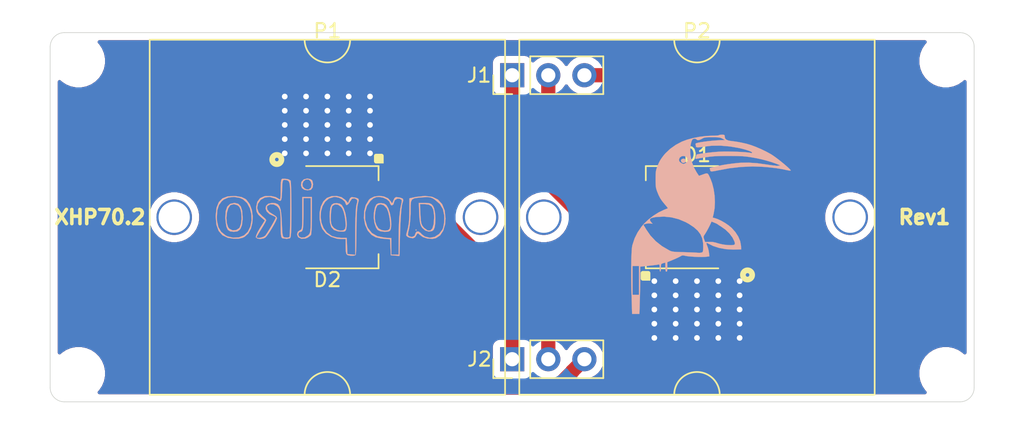
<source format=kicad_pcb>
(kicad_pcb (version 20171130) (host pcbnew 5.1.4-e60b266~84~ubuntu18.04.1)

  (general
    (thickness 1.6)
    (drawings 10)
    (tracks 139)
    (zones 0)
    (modules 12)
    (nets 7)
  )

  (page A4)
  (layers
    (0 F.Cu signal)
    (31 B.Cu signal)
    (32 B.Adhes user)
    (33 F.Adhes user)
    (34 B.Paste user)
    (35 F.Paste user)
    (36 B.SilkS user)
    (37 F.SilkS user)
    (38 B.Mask user)
    (39 F.Mask user)
    (40 Dwgs.User user)
    (41 Cmts.User user)
    (42 Eco1.User user)
    (43 Eco2.User user)
    (44 Edge.Cuts user)
    (45 Margin user)
    (46 B.CrtYd user)
    (47 F.CrtYd user)
    (48 B.Fab user)
    (49 F.Fab user)
  )

  (setup
    (last_trace_width 0.25)
    (user_trace_width 1)
    (trace_clearance 0.2)
    (zone_clearance 0.508)
    (zone_45_only no)
    (trace_min 0.2)
    (via_size 0.8)
    (via_drill 0.4)
    (via_min_size 0.4)
    (via_min_drill 0.3)
    (uvia_size 0.3)
    (uvia_drill 0.1)
    (uvias_allowed no)
    (uvia_min_size 0.2)
    (uvia_min_drill 0.1)
    (edge_width 0.05)
    (segment_width 0.2)
    (pcb_text_width 0.3)
    (pcb_text_size 1.5 1.5)
    (mod_edge_width 0.12)
    (mod_text_size 1 1)
    (mod_text_width 0.15)
    (pad_size 1.524 1.524)
    (pad_drill 0.762)
    (pad_to_mask_clearance 0.051)
    (solder_mask_min_width 0.25)
    (aux_axis_origin 0 0)
    (grid_origin 10 10)
    (visible_elements 7FFFFFFF)
    (pcbplotparams
      (layerselection 0x010f0_ffffffff)
      (usegerberextensions true)
      (usegerberattributes false)
      (usegerberadvancedattributes false)
      (creategerberjobfile false)
      (excludeedgelayer true)
      (linewidth 0.100000)
      (plotframeref false)
      (viasonmask false)
      (mode 1)
      (useauxorigin false)
      (hpglpennumber 1)
      (hpglpenspeed 20)
      (hpglpendiameter 15.000000)
      (psnegative false)
      (psa4output false)
      (plotreference true)
      (plotvalue true)
      (plotinvisibletext false)
      (padsonsilk false)
      (subtractmaskfromsilk false)
      (outputformat 1)
      (mirror false)
      (drillshape 0)
      (scaleselection 1)
      (outputdirectory "Gerber/"))
  )

  (net 0 "")
  (net 1 /LED2)
  (net 2 /VIN)
  (net 3 /LED1)
  (net 4 /LED3)
  (net 5 /LED4)
  (net 6 /THERMAL)

  (net_class Default "This is the default net class."
    (clearance 0.2)
    (trace_width 0.25)
    (via_dia 0.8)
    (via_drill 0.4)
    (uvia_dia 0.3)
    (uvia_drill 0.1)
    (add_net /LED1)
    (add_net /LED2)
    (add_net /LED3)
    (add_net /LED4)
    (add_net /THERMAL)
    (add_net /VIN)
  )

  (module sense_fp:Appiko_Logo_2 (layer B.Cu) (tedit 5C021CA6) (tstamp 5D792085)
    (at 32 23 180)
    (fp_text reference G*** (at 0.07 4.46) (layer B.SilkS) hide
      (effects (font (size 1.524 1.524) (thickness 0.3)) (justify mirror))
    )
    (fp_text value Appiko_Logo_2 (at -0.1 8.89) (layer B.SilkS) hide
      (effects (font (size 1.524 1.524) (thickness 0.3)) (justify mirror))
    )
    (fp_poly (pts (xy 9.339914 0.941537) (xy 9.542887 0.747237) (xy 9.654506 0.418071) (xy 9.676789 -0.050323)
      (xy 9.656832 -0.321177) (xy 9.599833 -0.674849) (xy 9.501777 -0.890187) (xy 9.33804 -0.997392)
      (xy 9.083996 -1.026665) (xy 9.081584 -1.026666) (xy 8.832262 -0.997706) (xy 8.671312 -0.887341)
      (xy 8.608853 -0.803257) (xy 8.510476 -0.559845) (xy 8.466278 -0.197548) (xy 8.465001 -0.134842)
      (xy 8.538462 -0.134842) (xy 8.580266 -0.468279) (xy 8.670427 -0.719898) (xy 8.708408 -0.772013)
      (xy 8.92956 -0.911168) (xy 9.179984 -0.920994) (xy 9.399371 -0.807981) (xy 9.488987 -0.688)
      (xy 9.578437 -0.393662) (xy 9.60196 -0.040937) (xy 9.565738 0.316801) (xy 9.475953 0.62618)
      (xy 9.338787 0.833827) (xy 9.310158 0.855871) (xy 9.079938 0.918106) (xy 8.833534 0.849164)
      (xy 8.70469 0.746572) (xy 8.600525 0.533563) (xy 8.545165 0.219432) (xy 8.538462 -0.134842)
      (xy 8.465001 -0.134842) (xy 8.46247 -0.010666) (xy 8.493383 0.447488) (xy 8.59126 0.760495)
      (xy 8.763812 0.941833) (xy 9.018749 1.004984) (xy 9.04357 1.005334) (xy 9.339914 0.941537)) (layer B.SilkS) (width 0.01))
    (fp_poly (pts (xy -3.694667 -0.899666) (xy -3.737 -0.942) (xy -3.779334 -0.899666) (xy -3.737 -0.857333)
      (xy -3.694667 -0.899666)) (layer B.SilkS) (width 0.01))
    (fp_poly (pts (xy -3.96141 0.249399) (xy -3.985343 -0.151466) (xy -4.025785 -0.426898) (xy -4.091848 -0.620634)
      (xy -4.168705 -0.745434) (xy -4.381655 -0.933283) (xy -4.630276 -1.01381) (xy -4.860933 -0.977293)
      (xy -4.971879 -0.891027) (xy -5.048452 -0.70357) (xy -5.089769 -0.405368) (xy -5.096827 -0.051085)
      (xy -5.096665 -0.048876) (xy -5.007 -0.048876) (xy -4.975807 -0.49025) (xy -4.885977 -0.787726)
      (xy -4.743132 -0.936079) (xy -4.552896 -0.930084) (xy -4.320893 -0.764515) (xy -4.280926 -0.723562)
      (xy -4.176285 -0.590314) (xy -4.11041 -0.432203) (xy -4.071733 -0.20341) (xy -4.048687 0.141885)
      (xy -4.045812 0.207771) (xy -4.015957 0.920667) (xy -4.35019 0.920667) (xy -4.641785 0.884712)
      (xy -4.837607 0.76203) (xy -4.952713 0.530397) (xy -5.002159 0.167587) (xy -5.007 -0.048876)
      (xy -5.096665 -0.048876) (xy -5.070618 0.304614) (xy -5.012138 0.607067) (xy -4.941549 0.775868)
      (xy -4.826779 0.915666) (xy -4.681971 0.983863) (xy -4.44589 1.004689) (xy -4.361625 1.005334)
      (xy -3.931819 1.005334) (xy -3.96141 0.249399)) (layer B.SilkS) (width 0.01))
    (fp_poly (pts (xy 2.046205 0.976944) (xy 2.195988 0.881791) (xy 2.286669 0.680228) (xy 2.331274 0.348994)
      (xy 2.34155 0.065247) (xy 2.318248 -0.386984) (xy 2.222847 -0.700606) (xy 2.041529 -0.895997)
      (xy 1.760474 -0.993535) (xy 1.612396 -1.010026) (xy 1.370691 -1.017054) (xy 1.245234 -0.981119)
      (xy 1.184122 -0.87923) (xy 1.165347 -0.811998) (xy 1.145956 -0.610205) (xy 1.214909 -0.610205)
      (xy 1.244433 -0.809306) (xy 1.366384 -0.920795) (xy 1.575166 -0.946307) (xy 1.815117 -0.891354)
      (xy 2.030577 -0.76145) (xy 2.064813 -0.728048) (xy 2.173426 -0.589431) (xy 2.233 -0.430682)
      (xy 2.256092 -0.198943) (xy 2.256664 0.079427) (xy 2.236782 0.411135) (xy 2.193407 0.671055)
      (xy 2.141173 0.80109) (xy 1.960413 0.906656) (xy 1.743063 0.877374) (xy 1.534971 0.726309)
      (xy 1.444901 0.602691) (xy 1.351183 0.366821) (xy 1.275678 0.044258) (xy 1.227287 -0.302313)
      (xy 1.214909 -0.610205) (xy 1.145956 -0.610205) (xy 1.135569 -0.502126) (xy 1.162347 -0.110408)
      (xy 1.235906 0.289204) (xy 1.346472 0.622754) (xy 1.358285 0.647785) (xy 1.485682 0.859121)
      (xy 1.635297 0.95745) (xy 1.824295 0.988948) (xy 2.046205 0.976944)) (layer B.SilkS) (width 0.01))
    (fp_poly (pts (xy -1.092282 0.982916) (xy -0.949011 0.901746) (xy -0.854848 0.715808) (xy -0.786082 0.395471)
      (xy -0.774681 0.321981) (xy -0.761349 -0.049421) (xy -0.817102 -0.424137) (xy -0.928576 -0.739884)
      (xy -1.035952 -0.895856) (xy -1.219289 -0.986849) (xy -1.503845 -1.026207) (xy -1.540102 -1.026666)
      (xy -1.777928 -1.014709) (xy -1.90033 -0.960668) (xy -1.960569 -0.837289) (xy -1.968456 -0.807471)
      (xy -1.987193 -0.610246) (xy -1.917768 -0.610246) (xy -1.888234 -0.809306) (xy -1.768367 -0.913887)
      (xy -1.55906 -0.944904) (xy -1.321733 -0.905703) (xy -1.117804 -0.799631) (xy -1.081347 -0.76534)
      (xy -0.949801 -0.556292) (xy -0.86244 -0.299067) (xy -0.861795 -0.29567) (xy -0.837946 0.000905)
      (xy -0.859543 0.323218) (xy -0.917719 0.612177) (xy -1.003603 0.80869) (xy -1.032211 0.839772)
      (xy -1.237165 0.914158) (xy -1.460003 0.84551) (xy -1.658507 0.649099) (xy -1.687619 0.602691)
      (xy -1.781406 0.366836) (xy -1.856966 0.044264) (xy -1.905389 -0.302328) (xy -1.917768 -0.610246)
      (xy -1.987193 -0.610246) (xy -1.997516 -0.501595) (xy -1.970718 -0.113186) (xy -1.89787 0.284205)
      (xy -1.788781 0.617029) (xy -1.774382 0.647785) (xy -1.646985 0.859121) (xy -1.49737 0.95745)
      (xy -1.308371 0.988948) (xy -1.092282 0.982916)) (layer B.SilkS) (width 0.01))
    (fp_poly (pts (xy 4.173552 2.657858) (xy 4.325897 2.48186) (xy 4.357747 2.245541) (xy 4.283022 2.049213)
      (xy 4.129235 1.938936) (xy 3.900544 1.892356) (xy 3.68418 1.924333) (xy 3.650166 1.941402)
      (xy 3.539898 2.09288) (xy 3.506655 2.310545) (xy 3.610173 2.310545) (xy 3.642503 2.108849)
      (xy 3.672245 2.062568) (xy 3.809091 1.952008) (xy 3.972502 1.96475) (xy 4.100232 2.024313)
      (xy 4.237168 2.170512) (xy 4.254484 2.356671) (xy 4.176009 2.532772) (xy 4.025573 2.648795)
      (xy 3.827002 2.65472) (xy 3.803735 2.646691) (xy 3.670117 2.517368) (xy 3.610173 2.310545)
      (xy 3.506655 2.310545) (xy 3.504755 2.322982) (xy 3.552781 2.554852) (xy 3.580514 2.606945)
      (xy 3.712171 2.691324) (xy 3.923079 2.726885) (xy 3.925333 2.726889) (xy 4.173552 2.657858)) (layer B.SilkS) (width 0.01))
    (fp_poly (pts (xy 9.509786 1.467913) (xy 9.877542 1.327691) (xy 10.13685 1.065271) (xy 10.293879 0.673781)
      (xy 10.354801 0.146349) (xy 10.355933 0.01322) (xy 10.302407 -0.54392) (xy 10.146944 -0.968687)
      (xy 9.883919 -1.267985) (xy 9.507709 -1.448714) (xy 9.112304 -1.51318) (xy 8.746541 -1.513141)
      (xy 8.467813 -1.448197) (xy 8.328 -1.382087) (xy 8.062943 -1.146204) (xy 7.877923 -0.799741)
      (xy 7.773856 -0.381828) (xy 7.76671 -0.236863) (xy 7.835373 -0.236863) (xy 7.918227 -0.659482)
      (xy 8.095846 -1.021745) (xy 8.357023 -1.2759) (xy 8.717408 -1.416791) (xy 9.130597 -1.441553)
      (xy 9.525892 -1.349901) (xy 9.662273 -1.281124) (xy 9.975732 -1.02409) (xy 10.171547 -0.693046)
      (xy 10.263576 -0.258684) (xy 10.275016 0.014705) (xy 10.241815 0.494218) (xy 10.131851 0.852559)
      (xy 9.930491 1.126078) (xy 9.776707 1.252659) (xy 9.452886 1.392015) (xy 9.060946 1.429081)
      (xy 8.667887 1.363627) (xy 8.42891 1.257268) (xy 8.144053 0.993177) (xy 7.949421 0.629462)
      (xy 7.846149 0.206117) (xy 7.835373 -0.236863) (xy 7.76671 -0.236863) (xy 7.75166 0.068401)
      (xy 7.812252 0.511816) (xy 7.956548 0.909285) (xy 8.185466 1.221675) (xy 8.265411 1.288987)
      (xy 8.535318 1.41859) (xy 8.927186 1.485832) (xy 9.027411 1.492809) (xy 9.509786 1.467913)) (layer B.SilkS) (width 0.01))
    (fp_poly (pts (xy 5.682166 2.708039) (xy 5.737056 2.646106) (xy 5.770987 2.459952) (xy 5.786427 2.131458)
      (xy 5.788 1.93062) (xy 5.790653 1.571237) (xy 5.80207 1.355624) (xy 5.82744 1.258254)
      (xy 5.871949 1.253603) (xy 5.917721 1.292294) (xy 6.14068 1.419909) (xy 6.462206 1.490676)
      (xy 6.817651 1.492852) (xy 6.93164 1.476466) (xy 7.234287 1.342928) (xy 7.43119 1.085746)
      (xy 7.510469 0.722216) (xy 7.511035 0.63297) (xy 7.478013 0.38394) (xy 7.368225 0.192051)
      (xy 7.201793 0.030399) (xy 6.901545 -0.229145) (xy 7.240194 -0.761776) (xy 7.398638 -1.035318)
      (xy 7.503617 -1.264659) (xy 7.535104 -1.405113) (xy 7.532745 -1.414537) (xy 7.419191 -1.503915)
      (xy 7.216734 -1.531033) (xy 6.994519 -1.494415) (xy 6.862555 -1.428833) (xy 6.750305 -1.304301)
      (xy 6.593269 -1.080265) (xy 6.417959 -0.801349) (xy 6.250886 -0.512183) (xy 6.118561 -0.257391)
      (xy 6.047496 -0.081602) (xy 6.042 -0.047583) (xy 6.111622 0.060712) (xy 6.282714 0.179353)
      (xy 6.317951 0.197003) (xy 6.582425 0.366416) (xy 6.733115 0.555937) (xy 6.750412 0.735685)
      (xy 6.713827 0.800302) (xy 6.52405 0.911502) (xy 6.282702 0.903931) (xy 6.050169 0.785854)
      (xy 5.963478 0.697582) (xy 5.885505 0.579172) (xy 5.834447 0.436582) (xy 5.804829 0.2331)
      (xy 5.791174 -0.067985) (xy 5.788 -0.478692) (xy 5.784256 -0.904929) (xy 5.770483 -1.190572)
      (xy 5.742862 -1.364248) (xy 5.697579 -1.454583) (xy 5.654075 -1.483274) (xy 5.353225 -1.524982)
      (xy 5.131833 -1.478593) (xy 5.096003 -1.422134) (xy 5.068631 -1.274817) (xy 5.048896 -1.020907)
      (xy 5.035977 -0.644669) (xy 5.029053 -0.130367) (xy 5.027296 0.525556) (xy 5.029734 0.989676)
      (xy 5.110655 0.989676) (xy 5.110666 0.598769) (xy 5.113199 0.042253) (xy 5.120299 -0.456986)
      (xy 5.13122 -0.874249) (xy 5.145215 -1.184836) (xy 5.161538 -1.364048) (xy 5.170998 -1.397442)
      (xy 5.292925 -1.434526) (xy 5.446164 -1.43272) (xy 5.536395 -1.417286) (xy 5.598308 -1.376744)
      (xy 5.63891 -1.282392) (xy 5.665207 -1.105528) (xy 5.684205 -0.817453) (xy 5.702909 -0.389464)
      (xy 5.703333 -0.379173) (xy 5.733398 0.139887) (xy 5.78186 0.512843) (xy 5.860181 0.762779)
      (xy 5.979824 0.912782) (xy 6.152254 0.985938) (xy 6.388934 1.005333) (xy 6.39081 1.005334)
      (xy 6.658353 0.948937) (xy 6.811169 0.804747) (xy 6.848434 0.61027) (xy 6.769328 0.403009)
      (xy 6.573027 0.220467) (xy 6.409718 0.142336) (xy 6.222549 0.059171) (xy 6.129082 -0.012698)
      (xy 6.126666 -0.021607) (xy 6.167913 -0.125387) (xy 6.27483 -0.328859) (xy 6.422184 -0.588851)
      (xy 6.584743 -0.862189) (xy 6.737271 -1.105701) (xy 6.854537 -1.276214) (xy 6.874928 -1.301833)
      (xy 7.001757 -1.383462) (xy 7.186432 -1.439187) (xy 7.364691 -1.458013) (xy 7.47227 -1.428944)
      (xy 7.481333 -1.405591) (xy 7.439281 -1.31764) (xy 7.328164 -1.12596) (xy 7.17054 -0.869226)
      (xy 7.142666 -0.824942) (xy 6.978929 -0.55555) (xy 6.858705 -0.338434) (xy 6.804922 -0.215369)
      (xy 6.804 -0.207939) (xy 6.866151 -0.109582) (xy 7.01984 0.031304) (xy 7.062255 0.063759)
      (xy 7.33105 0.33818) (xy 7.43902 0.639463) (xy 7.388821 0.939607) (xy 7.188718 1.226995)
      (xy 6.897572 1.392) (xy 6.549344 1.42646) (xy 6.177999 1.322218) (xy 6.060625 1.258716)
      (xy 5.90987 1.173925) (xy 5.809615 1.154031) (xy 5.74804 1.221626) (xy 5.71333 1.399299)
      (xy 5.693667 1.709641) (xy 5.683836 1.979) (xy 5.669051 2.315399) (xy 5.646303 2.515148)
      (xy 5.605964 2.610921) (xy 5.538404 2.635395) (xy 5.491666 2.631145) (xy 5.370726 2.611954)
      (xy 5.278523 2.581172) (xy 5.21116 2.518024) (xy 5.164744 2.401736) (xy 5.13538 2.211531)
      (xy 5.119174 1.926637) (xy 5.11223 1.526276) (xy 5.110655 0.989676) (xy 5.029734 0.989676)
      (xy 5.030254 1.088501) (xy 5.037841 1.596749) (xy 5.049282 2.025171) (xy 5.063803 2.348637)
      (xy 5.080627 2.542015) (xy 5.090796 2.584165) (xy 5.225197 2.66558) (xy 5.462823 2.70922)
      (xy 5.682166 2.708039)) (layer B.SilkS) (width 0.01))
    (fp_poly (pts (xy 4.264 0.277741) (xy 4.265717 -0.185675) (xy 4.273333 -0.507064) (xy 4.290542 -0.713718)
      (xy 4.321037 -0.832929) (xy 4.368514 -0.89199) (xy 4.425505 -0.91542) (xy 4.583826 -1.028961)
      (xy 4.633564 -1.213746) (xy 4.557151 -1.398227) (xy 4.546748 -1.409156) (xy 4.327092 -1.518665)
      (xy 4.050414 -1.50309) (xy 3.883 -1.433494) (xy 3.7204 -1.317891) (xy 3.651463 -1.245569)
      (xy 3.62974 -1.132526) (xy 3.611149 -0.882002) (xy 3.597151 -0.525838) (xy 3.589207 -0.095878)
      (xy 3.587963 0.1375) (xy 3.586752 1.344) (xy 3.671333 1.344) (xy 3.671333 0.119632)
      (xy 3.672874 -0.362157) (xy 3.680111 -0.704184) (xy 3.696966 -0.936008) (xy 3.727359 -1.08719)
      (xy 3.775211 -1.187292) (xy 3.844444 -1.265874) (xy 3.856631 -1.277368) (xy 4.092292 -1.418985)
      (xy 4.331394 -1.438933) (xy 4.49445 -1.355016) (xy 4.552398 -1.211157) (xy 4.501276 -1.075378)
      (xy 4.391 -1.026666) (xy 4.309358 -1.002742) (xy 4.251191 -0.915698) (xy 4.212821 -0.742625)
      (xy 4.190573 -0.460615) (xy 4.180771 -0.046759) (xy 4.179333 0.292592) (xy 4.179333 1.344)
      (xy 3.671333 1.344) (xy 3.586752 1.344) (xy 3.586666 1.428667) (xy 4.264 1.428667)
      (xy 4.264 0.277741)) (layer B.SilkS) (width 0.01))
    (fp_poly (pts (xy -3.760265 1.434348) (xy -3.698835 1.421651) (xy -3.271334 1.329969) (xy -3.269314 0.469151)
      (xy -3.26019 -0.022143) (xy -3.230058 -0.407442) (xy -3.170799 -0.749593) (xy -3.074293 -1.111442)
      (xy -3.058318 -1.164087) (xy -3.049238 -1.297253) (xy -3.149348 -1.387486) (xy -3.284608 -1.44194)
      (xy -3.512425 -1.485938) (xy -3.670349 -1.409474) (xy -3.801605 -1.189728) (xy -3.813295 -1.162826)
      (xy -3.886801 -1.136996) (xy -3.971415 -1.213838) (xy -4.213503 -1.395608) (xy -4.546538 -1.503983)
      (xy -4.902417 -1.523687) (xy -5.134 -1.474601) (xy -5.433459 -1.277254) (xy -5.652053 -0.945827)
      (xy -5.780241 -0.499818) (xy -5.811334 -0.090505) (xy -5.809129 -0.069725) (xy -5.726667 -0.069725)
      (xy -5.705265 -0.425512) (xy -5.648591 -0.726862) (xy -5.601359 -0.854062) (xy -5.357991 -1.180143)
      (xy -5.047376 -1.382187) (xy -4.703659 -1.446658) (xy -4.360986 -1.360025) (xy -4.345268 -1.351896)
      (xy -4.151251 -1.2098) (xy -4.052184 -1.101443) (xy -3.916275 -1.004631) (xy -3.774359 -1.016194)
      (xy -3.696499 -1.126155) (xy -3.694667 -1.152358) (xy -3.624983 -1.313449) (xy -3.455501 -1.384889)
      (xy -3.303171 -1.362258) (xy -3.202613 -1.313156) (xy -3.16383 -1.235978) (xy -3.181091 -1.084105)
      (xy -3.239671 -0.845557) (xy -3.292235 -0.553957) (xy -3.332439 -0.161573) (xy -3.354 0.263156)
      (xy -3.356 0.42206) (xy -3.358008 0.823102) (xy -3.382414 1.086772) (xy -3.456791 1.244953)
      (xy -3.608713 1.329528) (xy -3.865753 1.372381) (xy -4.202667 1.401048) (xy -4.522514 1.418146)
      (xy -4.738907 1.397591) (xy -4.915743 1.327559) (xy -5.047319 1.244743) (xy -5.408443 0.933762)
      (xy -5.625772 0.575838) (xy -5.719368 0.13215) (xy -5.726667 -0.069725) (xy -5.809129 -0.069725)
      (xy -5.751377 0.47446) (xy -5.573893 0.918512) (xy -5.282461 1.239088) (xy -4.880659 1.433628)
      (xy -4.372068 1.499568) (xy -3.760265 1.434348)) (layer B.SilkS) (width 0.01))
    (fp_poly (pts (xy 2.213637 1.480666) (xy 2.540455 1.355459) (xy 2.790051 1.105478) (xy 2.96145 0.743399)
      (xy 3.048751 0.310244) (xy 3.046054 -0.152959) (xy 2.947457 -0.605188) (xy 2.854293 -0.826405)
      (xy 2.608168 -1.138578) (xy 2.248683 -1.376559) (xy 1.825225 -1.512918) (xy 1.57906 -1.534666)
      (xy 1.216 -1.534666) (xy 1.216 -2.075941) (xy 1.205268 -2.393653) (xy 1.167867 -2.577634)
      (xy 1.095992 -2.66243) (xy 1.082075 -2.668608) (xy 0.873797 -2.713002) (xy 0.656133 -2.712081)
      (xy 0.513685 -2.666593) (xy 0.510444 -2.663555) (xy 0.492788 -2.564957) (xy 0.47739 -2.324291)
      (xy 0.465177 -1.968816) (xy 0.457073 -1.525791) (xy 0.454004 -1.022476) (xy 0.454 -1.001211)
      (xy 0.448383 -0.383107) (xy 0.432332 0.147573) (xy 0.407045 0.567233) (xy 0.373721 0.852278)
      (xy 0.355768 0.932557) (xy 0.294735 1.168144) (xy 0.296685 1.180726) (xy 0.393073 1.180726)
      (xy 0.407266 1.028402) (xy 0.442547 0.917125) (xy 0.478388 0.723363) (xy 0.506795 0.380526)
      (xy 0.526758 -0.091246) (xy 0.537269 -0.671817) (xy 0.538666 -1.002331) (xy 0.538666 -2.646062)
      (xy 1.089 -2.593) (xy 1.13907 -1.45) (xy 1.524572 -1.45) (xy 1.840316 -1.417284)
      (xy 2.143334 -1.336063) (xy 2.205593 -1.309767) (xy 2.533734 -1.078846) (xy 2.769229 -0.761737)
      (xy 2.914742 -0.387571) (xy 2.972936 0.014522) (xy 2.946475 0.415409) (xy 2.838023 0.785959)
      (xy 2.650244 1.097042) (xy 2.385801 1.319527) (xy 2.04736 1.424281) (xy 1.955181 1.428667)
      (xy 1.700278 1.381058) (xy 1.456377 1.261128) (xy 1.277289 1.103225) (xy 1.216 0.956855)
      (xy 1.174845 0.858044) (xy 1.077197 0.880131) (xy 0.961781 1.003988) (xy 0.903602 1.111167)
      (xy 0.769835 1.301514) (xy 0.598531 1.329799) (xy 0.463714 1.267129) (xy 0.393073 1.180726)
      (xy 0.296685 1.180726) (xy 0.314161 1.293435) (xy 0.441386 1.35892) (xy 0.606548 1.395677)
      (xy 0.800703 1.414013) (xy 0.904914 1.341347) (xy 0.959999 1.222262) (xy 1.046249 0.995407)
      (xy 1.24194 1.22291) (xy 1.50348 1.408923) (xy 1.847338 1.496879) (xy 2.213637 1.480666)) (layer B.SilkS) (width 0.01))
    (fp_poly (pts (xy -0.796943 1.455126) (xy -0.510377 1.311381) (xy -0.422757 1.227734) (xy -0.20047 0.854837)
      (xy -0.084087 0.407762) (xy -0.070307 -0.069854) (xy -0.155828 -0.534375) (xy -0.337348 -0.942165)
      (xy -0.610098 -1.248469) (xy -0.897887 -1.409092) (xy -1.267708 -1.496601) (xy -1.402053 -1.511521)
      (xy -1.909452 -1.55753) (xy -1.959 -2.677666) (xy -2.265596 -2.703294) (xy -2.572191 -2.728921)
      (xy -2.617524 -1.052294) (xy -2.639356 -0.439233) (xy -2.668746 0.094403) (xy -2.703821 0.52406)
      (xy -2.742708 0.825182) (xy -2.769612 0.941762) (xy -2.836771 1.172682) (xy -2.830155 1.213536)
      (xy -2.729603 1.213536) (xy -2.725088 1.060672) (xy -2.623899 0.581663) (xy -2.554524 -0.057711)
      (xy -2.517494 -0.851398) (xy -2.511036 -1.3865) (xy -2.509334 -2.635333) (xy -2.001334 -2.635333)
      (xy -2.001334 -1.470352) (xy -1.508964 -1.434737) (xy -1.014365 -1.33612) (xy -0.633857 -1.116053)
      (xy -0.356919 -0.767743) (xy -0.299994 -0.654042) (xy -0.155217 -0.163304) (xy -0.150761 0.329188)
      (xy -0.281812 0.784285) (xy -0.520399 1.138925) (xy -0.733463 1.330582) (xy -0.9384 1.414279)
      (xy -1.13208 1.428667) (xy -1.414643 1.382968) (xy -1.672712 1.265898) (xy -1.856333 1.107499)
      (xy -1.916667 0.956855) (xy -1.984575 0.84997) (xy -2.043667 0.836) (xy -2.148709 0.905893)
      (xy -2.170667 0.994967) (xy -2.241514 1.199024) (xy -2.416928 1.308537) (xy -2.597678 1.3005)
      (xy -2.729603 1.213536) (xy -2.830155 1.213536) (xy -2.816862 1.295614) (xy -2.682275 1.361121)
      (xy -2.521203 1.39666) (xy -2.326375 1.416581) (xy -2.220669 1.344436) (xy -2.151223 1.191815)
      (xy -2.080843 1.022532) (xy -2.031786 0.998021) (xy -1.968029 1.103726) (xy -1.962178 1.115438)
      (xy -1.76862 1.330223) (xy -1.476362 1.460878) (xy -1.135704 1.503736) (xy -0.796943 1.455126)) (layer B.SilkS) (width 0.01))
  )

  (module sense_fp:Appiko_LOGO_img (layer B.Cu) (tedit 0) (tstamp 5D791F13)
    (at 56.5 23.5 180)
    (fp_text reference G*** (at 0 0) (layer F.SilkS) hide
      (effects (font (size 1.524 1.524) (thickness 0.3)))
    )
    (fp_text value Appiko_LOGO_img (at 0.75 0) (layer B.SilkS) hide
      (effects (font (size 1.524 1.524) (thickness 0.3)) (justify mirror))
    )
    (fp_poly (pts (xy -0.626652 6.303534) (xy -0.553638 6.286384) (xy -0.544285 6.276194) (xy -0.502021 6.26229)
      (xy -0.387571 6.251009) (xy -0.219453 6.243669) (xy -0.056696 6.241516) (xy 0.37373 6.220636)
      (xy 0.829996 6.162711) (xy 1.283289 6.073408) (xy 1.704796 5.958399) (xy 2.063444 5.824359)
      (xy 2.49079 5.597172) (xy 2.885341 5.315281) (xy 3.223935 4.996311) (xy 3.354606 4.841875)
      (xy 3.496427 4.651869) (xy 3.602953 4.485099) (xy 3.69205 4.309756) (xy 3.781583 4.094027)
      (xy 3.796858 4.054381) (xy 3.844028 3.922842) (xy 3.87653 3.804401) (xy 3.89702 3.678981)
      (xy 3.908152 3.526503) (xy 3.91258 3.326888) (xy 3.913124 3.175) (xy 3.911451 2.937058)
      (xy 3.904668 2.758407) (xy 3.89013 2.61899) (xy 3.865192 2.498752) (xy 3.827209 2.377638)
      (xy 3.797306 2.296855) (xy 3.693153 2.044571) (xy 3.58705 1.838858) (xy 3.460175 1.648298)
      (xy 3.293703 1.441471) (xy 3.264424 1.407415) (xy 3.161434 1.285612) (xy 3.085742 1.190796)
      (xy 3.049249 1.138096) (xy 3.048046 1.132314) (xy 3.093191 1.112473) (xy 3.19779 1.069767)
      (xy 3.328166 1.017812) (xy 3.687096 0.84615) (xy 4.052805 0.617428) (xy 4.401626 0.349355)
      (xy 4.709895 0.059643) (xy 4.895579 -0.155147) (xy 5.177185 -0.565429) (xy 5.385718 -0.982756)
      (xy 5.535259 -1.436197) (xy 5.555502 -1.517599) (xy 5.576351 -1.650805) (xy 5.593676 -1.856211)
      (xy 5.607404 -2.126701) (xy 5.617465 -2.455159) (xy 5.623784 -2.834467) (xy 5.626289 -3.257508)
      (xy 5.624909 -3.717167) (xy 5.619571 -4.206326) (xy 5.610202 -4.717868) (xy 5.596731 -5.244678)
      (xy 5.594246 -5.328046) (xy 5.564403 -6.310312) (xy 5.049169 -6.310312) (xy 5.019326 -5.328046)
      (xy 5.010446 -5.004944) (xy 5.002609 -4.660789) (xy 4.996233 -4.318838) (xy 4.991735 -4.002343)
      (xy 4.989535 -3.73456) (xy 4.989384 -3.663603) (xy 4.989286 -2.981426) (xy 4.796518 -2.96094)
      (xy 4.658399 -2.946303) (xy 4.569209 -2.936875) (xy 5.08 -2.936875) (xy 5.08 -4.960937)
      (xy 5.533572 -4.960937) (xy 5.533572 -2.936875) (xy 5.08 -2.936875) (xy 4.569209 -2.936875)
      (xy 4.467096 -2.926081) (xy 4.259488 -2.904171) (xy 4.218215 -2.89982) (xy 4.027959 -2.878101)
      (xy 3.862222 -2.856202) (xy 3.749594 -2.83799) (xy 3.730625 -2.83387) (xy 3.676211 -2.824814)
      (xy 3.645659 -2.842346) (xy 3.632098 -2.902443) (xy 3.628658 -3.02108) (xy 3.628572 -3.071152)
      (xy 3.622265 -3.207776) (xy 3.60551 -3.301522) (xy 3.583215 -3.33375) (xy 3.559864 -3.29709)
      (xy 3.543758 -3.199044) (xy 3.537858 -3.059819) (xy 3.536157 -2.915402) (xy 3.524979 -2.830102)
      (xy 3.49521 -2.783661) (xy 3.437737 -2.755822) (xy 3.395018 -2.742319) (xy 3.293567 -2.712678)
      (xy 3.237906 -2.698877) (xy 3.236268 -2.69875) (xy 3.228879 -2.735304) (xy 3.223315 -2.832446)
      (xy 3.220517 -2.97139) (xy 3.220358 -3.01625) (xy 3.217153 -3.179156) (xy 3.205526 -3.276922)
      (xy 3.182457 -3.323642) (xy 3.152322 -3.33375) (xy 3.118225 -3.319297) (xy 3.097394 -3.266705)
      (xy 3.087018 -3.162118) (xy 3.084286 -2.998315) (xy 3.084286 -2.66288) (xy 2.698149 -2.504549)
      (xy 2.508912 -2.423693) (xy 2.334782 -2.343587) (xy 2.203972 -2.277412) (xy 2.170091 -2.257793)
      (xy 2.075211 -2.205537) (xy 1.993655 -2.189354) (xy 1.884559 -2.204857) (xy 1.819175 -2.220132)
      (xy 1.662846 -2.246478) (xy 1.442297 -2.268691) (xy 1.183954 -2.285629) (xy 0.914246 -2.296149)
      (xy 0.659602 -2.299109) (xy 0.44645 -2.293367) (xy 0.33992 -2.284071) (xy 0.124295 -2.255778)
      (xy 0.154523 -1.997614) (xy 0.186038 -1.820725) (xy 0.235087 -1.639298) (xy 0.247273 -1.606133)
      (xy 0.56209 -1.606133) (xy 0.568501 -1.775749) (xy 0.57905 -1.882574) (xy 0.598954 -1.943183)
      (xy 0.633429 -1.974154) (xy 0.68316 -1.990894) (xy 0.806416 -2.005736) (xy 0.94984 -2.001503)
      (xy 0.9525 -2.001199) (xy 1.049112 -1.993945) (xy 1.218148 -1.985338) (xy 1.441352 -1.976141)
      (xy 1.700466 -1.967119) (xy 1.927679 -1.960368) (xy 2.221378 -1.951741) (xy 2.440088 -1.942997)
      (xy 2.59951 -1.932211) (xy 2.715348 -1.917461) (xy 2.803301 -1.896821) (xy 2.879073 -1.868367)
      (xy 2.948215 -1.835301) (xy 3.460132 -1.535917) (xy 3.901495 -1.187553) (xy 4.275886 -0.786964)
      (xy 4.559399 -0.377665) (xy 4.772444 -0.021112) (xy 4.621423 0.032808) (xy 4.431453 0.067688)
      (xy 4.294703 0.062145) (xy 4.119004 0.037561) (xy 4.213967 0.143196) (xy 4.297854 0.25934)
      (xy 4.31145 0.349648) (xy 4.24995 0.418812) (xy 4.108547 0.471526) (xy 3.882435 0.512483)
      (xy 3.828718 0.51942) (xy 3.310883 0.543633) (xy 2.795548 0.490189) (xy 2.290119 0.36069)
      (xy 1.801996 0.156737) (xy 1.573664 0.031467) (xy 1.218936 -0.204703) (xy 0.947939 -0.446529)
      (xy 0.753892 -0.704989) (xy 0.630015 -0.991058) (xy 0.569529 -1.315713) (xy 0.56209 -1.606133)
      (xy 0.247273 -1.606133) (xy 0.272728 -1.536856) (xy 0.325889 -1.397442) (xy 0.334238 -1.323371)
      (xy 0.297018 -1.310603) (xy 0.23595 -1.340547) (xy -0.137238 -1.527488) (xy -0.568243 -1.665449)
      (xy -1.040148 -1.750438) (xy -1.536034 -1.778466) (xy -1.616143 -1.777406) (xy -2.109107 -1.766093)
      (xy -2.0986 -1.521481) (xy -2.065689 -1.331209) (xy -1.668411 -1.331209) (xy -1.656023 -1.410777)
      (xy -1.582548 -1.452101) (xy -1.436096 -1.466397) (xy -1.350798 -1.467043) (xy -1.138157 -1.456759)
      (xy -0.908841 -1.432025) (xy -0.79375 -1.413414) (xy -0.609479 -1.372339) (xy -0.429921 -1.323233)
      (xy -0.340178 -1.293488) (xy -0.101778 -1.241746) (xy 0.134883 -1.234993) (xy 0.428515 -1.24419)
      (xy 0.495225 -1.056232) (xy 0.532488 -0.93762) (xy 0.536774 -0.860899) (xy 0.506935 -0.79363)
      (xy 0.484795 -0.761559) (xy 0.402275 -0.6349) (xy 0.300913 -0.461389) (xy 0.19555 -0.267872)
      (xy 0.101027 -0.081199) (xy 0.05951 0.007773) (xy -0.023862 0.194139) (xy -0.226119 0.114904)
      (xy -0.349062 0.062742) (xy -0.433463 0.019512) (xy -0.452313 0.005294) (xy -0.500678 -0.032426)
      (xy -0.599704 -0.097218) (xy -0.684434 -0.148982) (xy -1.003584 -0.37474) (xy -1.2798 -0.641067)
      (xy -1.497072 -0.930158) (xy -1.631598 -1.202183) (xy -1.668411 -1.331209) (xy -2.065689 -1.331209)
      (xy -2.042539 -1.197373) (xy -1.906354 -0.866046) (xy -1.697338 -0.541486) (xy -1.435366 -0.249673)
      (xy -1.231147 -0.078291) (xy -0.983866 0.091935) (xy -0.72103 0.244552) (xy -0.47015 0.363102)
      (xy -0.324917 0.414564) (xy -0.106508 0.478039) (xy -0.169248 0.725192) (xy -0.23924 1.124955)
      (xy -0.262053 1.565764) (xy -0.239711 2.023814) (xy -0.174238 2.475301) (xy -0.067657 2.896421)
      (xy 0.039555 3.18143) (xy 0.123319 3.370923) (xy 0.185644 3.4965) (xy 0.242185 3.566679)
      (xy 0.3086 3.589979) (xy 0.400543 3.574918) (xy 0.533671 3.530015) (xy 0.622211 3.498459)
      (xy 0.858886 3.415284) (xy 1.021746 3.658427) (xy 1.220243 4.016746) (xy 1.365078 4.409559)
      (xy 1.402137 4.581726) (xy 1.642856 4.581726) (xy 1.65842 4.454048) (xy 1.759794 4.340708)
      (xy 1.836965 4.294498) (xy 1.911971 4.259737) (xy 1.968103 4.254892) (xy 2.04142 4.283908)
      (xy 2.120447 4.325503) (xy 2.236189 4.425265) (xy 2.269855 4.548747) (xy 2.219199 4.681973)
      (xy 2.184572 4.724641) (xy 2.065676 4.797036) (xy 1.919838 4.811423) (xy 1.781198 4.768481)
      (xy 1.71553 4.71532) (xy 1.642856 4.581726) (xy 1.402137 4.581726) (xy 1.453001 4.818021)
      (xy 1.480768 5.223289) (xy 1.445132 5.606519) (xy 1.393192 5.814219) (xy 1.350471 5.920908)
      (xy 1.306162 5.992292) (xy 1.294887 6.002127) (xy 1.194858 6.030948) (xy 1.090687 6.018629)
      (xy 1.025781 5.970535) (xy 1.024966 5.96876) (xy 0.964501 5.927449) (xy 0.853026 5.9367)
      (xy 0.706512 5.993539) (xy 0.615088 6.045061) (xy 0.546513 6.08237) (xy 0.469985 6.107185)
      (xy 0.366021 6.121965) (xy 0.215136 6.12917) (xy -0.002155 6.131258) (xy -0.068035 6.13127)
      (xy -0.303787 6.129791) (xy -0.469725 6.123908) (xy -0.586732 6.110767) (xy -0.67569 6.087512)
      (xy -0.757484 6.051289) (xy -0.79375 6.032051) (xy -0.975178 5.933282) (xy -0.635 5.924502)
      (xy -0.380234 5.912574) (xy -0.100104 5.890559) (xy 0.187349 5.860836) (xy 0.464083 5.825783)
      (xy 0.712056 5.787779) (xy 0.913229 5.749201) (xy 1.049559 5.712428) (xy 1.083341 5.697986)
      (xy 1.107255 5.640455) (xy 1.087961 5.574689) (xy 1.067389 5.502658) (xy 1.078355 5.475669)
      (xy 1.073392 5.458857) (xy 1.032422 5.434277) (xy 0.945228 5.417499) (xy 0.793449 5.427335)
      (xy 0.612133 5.455806) (xy -0.009714 5.532466) (xy -0.655724 5.540988) (xy -1.333332 5.481143)
      (xy -1.931828 5.377988) (xy -2.189575 5.318843) (xy -2.425293 5.25429) (xy -2.625495 5.189125)
      (xy -2.776693 5.128146) (xy -2.8654 5.076153) (xy -2.880358 5.040567) (xy -2.831424 5.013743)
      (xy -2.817661 5.017485) (xy -2.730819 5.040798) (xy -2.568701 5.062641) (xy -2.346743 5.082349)
      (xy -2.080378 5.099258) (xy -1.785041 5.112705) (xy -1.476167 5.122025) (xy -1.169189 5.126554)
      (xy -0.879542 5.125628) (xy -0.62266 5.118582) (xy -0.551314 5.115008) (xy -0.330687 5.099256)
      (xy -0.083045 5.076376) (xy 0.174699 5.048545) (xy 0.425634 5.017942) (xy 0.65285 4.986743)
      (xy 0.839434 4.957125) (xy 0.968475 4.931267) (xy 1.022096 4.912427) (xy 1.040274 4.870837)
      (xy 1.071165 4.780916) (xy 1.080995 4.74997) (xy 1.108227 4.653276) (xy 1.100368 4.614116)
      (xy 1.046488 4.613517) (xy 1.006364 4.620405) (xy 0.631816 4.685711) (xy 0.31753 4.734854)
      (xy 0.038269 4.770038) (xy -0.231201 4.793468) (xy -0.516117 4.807347) (xy -0.841713 4.813881)
      (xy -1.224642 4.815281) (xy -1.611546 4.813282) (xy -1.929559 4.80682) (xy -2.200457 4.794044)
      (xy -2.446013 4.773107) (xy -2.688004 4.742158) (xy -2.948204 4.699349) (xy -3.243035 4.643876)
      (xy -3.55428 4.574807) (xy -3.893847 4.485771) (xy -4.22491 4.387202) (xy -4.510639 4.28953)
      (xy -4.558392 4.271299) (xy -4.875892 4.147344) (xy -4.717142 4.125426) (xy -4.597098 4.118933)
      (xy -4.514241 4.132129) (xy -4.508862 4.135003) (xy -4.450278 4.152441) (xy -4.437637 4.147517)
      (xy -4.386925 4.146724) (xy -4.26669 4.159387) (xy -4.096302 4.183156) (xy -3.942882 4.207585)
      (xy -3.253408 4.302315) (xy -2.628647 4.345392) (xy -2.070365 4.336708) (xy -1.954417 4.327639)
      (xy -1.558198 4.286211) (xy -1.175224 4.236021) (xy -0.829062 4.180582) (xy -0.54328 4.123407)
      (xy -0.47625 4.107303) (xy -0.296594 4.06334) (xy -0.11402 4.020694) (xy -0.056119 4.007757)
      (xy 0.061754 3.977046) (xy 0.10735 3.94603) (xy 0.097889 3.90144) (xy 0.092888 3.892928)
      (xy 0.066188 3.826174) (xy 0.070728 3.80103) (xy 0.061241 3.763719) (xy 0.035114 3.740056)
      (xy -0.028617 3.725717) (xy -0.153589 3.735889) (xy -0.349877 3.77167) (xy -0.446219 3.792422)
      (xy -1.272372 3.945852) (xy -2.095087 4.040575) (xy -2.896681 4.07514) (xy -3.607239 4.052057)
      (xy -4.113173 4.00913) (xy -4.550572 3.95797) (xy -4.94141 3.895632) (xy -5.255176 3.831262)
      (xy -5.410657 3.799865) (xy -5.533701 3.782033) (xy -5.593686 3.781232) (xy -5.588569 3.813494)
      (xy -5.524993 3.888184) (xy -5.413679 3.996384) (xy -5.265344 4.129176) (xy -5.090709 4.277641)
      (xy -4.900493 4.432862) (xy -4.705415 4.585919) (xy -4.516194 4.727894) (xy -4.343549 4.849869)
      (xy -4.198199 4.942926) (xy -4.195535 4.944494) (xy -3.867568 5.123849) (xy -3.510036 5.296437)
      (xy -3.147324 5.451885) (xy -2.803819 5.579821) (xy -2.503907 5.669871) (xy -2.471964 5.677648)
      (xy -2.122705 5.756103) (xy -1.83542 5.811069) (xy -1.58706 5.846726) (xy -1.477615 5.857968)
      (xy -1.234766 5.894846) (xy -1.071536 5.957488) (xy -0.980074 6.050623) (xy -0.9525 6.174287)
      (xy -0.947955 6.25787) (xy -0.917862 6.29745) (xy -0.837538 6.309477) (xy -0.748392 6.310313)
      (xy -0.626652 6.303534)) (layer B.SilkS) (width 0.01))
    (fp_poly (pts (xy 2.077785 4.581664) (xy 2.129959 4.519987) (xy 2.131786 4.506381) (xy 2.099457 4.397111)
      (xy 2.019371 4.333425) (xy 1.916882 4.325187) (xy 1.81734 4.38226) (xy 1.816092 4.383565)
      (xy 1.783881 4.4707) (xy 1.813982 4.563449) (xy 1.887334 4.619786) (xy 1.983463 4.621168)
      (xy 2.077785 4.581664)) (layer B.SilkS) (width 0.01))
  )

  (module sense:CA16372_HB-SQ-WWW (layer F.Cu) (tedit 5D5FD237) (tstamp 5D79367F)
    (at 29.5 23)
    (path /5D5FD5AB)
    (fp_text reference P1 (at 0 -13.125) (layer F.SilkS)
      (effects (font (size 1 1) (thickness 0.15)))
    )
    (fp_text value CA16372_HB-SQ-WWW (at 0 -14.45) (layer F.Fab)
      (effects (font (size 1 1) (thickness 0.15)))
    )
    (fp_line (start -12.5 12.5) (end 12.5 12.5) (layer F.SilkS) (width 0.12))
    (fp_line (start 12.5 12.5) (end 12.5 -12.5) (layer F.SilkS) (width 0.12))
    (fp_line (start -12.5 12.5) (end -12.5 -12.5) (layer F.SilkS) (width 0.12))
    (fp_line (start -12.5 -12.5) (end 12.5 -12.5) (layer F.SilkS) (width 0.12))
    (fp_arc (start 0 -12.5) (end 1.6 -12.5) (angle 180) (layer F.SilkS) (width 0.12))
    (fp_arc (start 0 12.5) (end 1.6 12.5) (angle -180) (layer F.SilkS) (width 0.12))
    (pad "" np_thru_hole circle (at -10.775 0) (size 2.5 2.5) (drill 2.2) (layers *.Cu *.Mask))
    (pad "" np_thru_hole circle (at 10.775 0) (size 2.5 2.5) (drill 2.2) (layers *.Cu *.Mask))
  )

  (module sense:LED_Cree-XHP70 (layer F.Cu) (tedit 5D514C69) (tstamp 5D79484B)
    (at 55.5 23)
    (descr "Cree XHP70 LED, 12V version, http://www.cree.com/~/media/Files/Cree/LED%20Components%20and%20Modules/XLamp/Data%20and%20Binning/ds%20XHP70.pdf")
    (tags "LED Cree XHP70")
    (path /5D52B1AA)
    (attr smd)
    (fp_text reference D1 (at 0 -4.4) (layer F.SilkS)
      (effects (font (size 1 1) (thickness 0.15)))
    )
    (fp_text value XHP70.2 (at 0 5.969) (layer F.Fab)
      (effects (font (size 1 1) (thickness 0.15)))
    )
    (fp_line (start -2.75 0) (end 2.75 0) (layer F.Fab) (width 0.1))
    (fp_line (start -0.5 -1.75) (end 0.5 -1.75) (layer F.Fab) (width 0.1))
    (fp_line (start -0.5 -2.5) (end -1.75 -1.75) (layer F.Fab) (width 0.1))
    (fp_line (start -0.5 -1) (end -0.5 -2.5) (layer F.Fab) (width 0.1))
    (fp_line (start -1.75 -1.75) (end -0.5 -1) (layer F.Fab) (width 0.1))
    (fp_line (start -1.75 -1.75) (end -1.75 -1) (layer F.Fab) (width 0.1))
    (fp_line (start -1.75 -1.75) (end -1.75 -2.5) (layer F.Fab) (width 0.1))
    (fp_line (start -2.75 -1.75) (end -1.75 -1.75) (layer F.Fab) (width 0.1))
    (fp_line (start 0.5 -2.5) (end 0.5 -1) (layer F.Fab) (width 0.1))
    (fp_line (start 0.5 -1.75) (end 1.75 -2.5) (layer F.Fab) (width 0.1))
    (fp_line (start 1.75 -1) (end 0.5 -1.75) (layer F.Fab) (width 0.1))
    (fp_line (start 1.75 -1.75) (end 1.75 -1) (layer F.Fab) (width 0.1))
    (fp_line (start 1.75 -1.75) (end 1.75 -2.5) (layer F.Fab) (width 0.1))
    (fp_line (start 2.75 -1.75) (end 1.75 -1.75) (layer F.Fab) (width 0.1))
    (fp_line (start -3.6 -3.6) (end -3.6 -2.6) (layer F.SilkS) (width 0.12))
    (fp_line (start 1.5 -3.6) (end -3.6 -3.6) (layer F.SilkS) (width 0.12))
    (fp_line (start -3.6 3.6) (end -3.6 2.6) (layer F.SilkS) (width 0.12))
    (fp_line (start 1.5 3.6) (end -3.6 3.6) (layer F.SilkS) (width 0.12))
    (fp_line (start 3.7 3.7) (end 3.7 -3.7) (layer F.CrtYd) (width 0.05))
    (fp_line (start -3.7 3.7) (end 3.7 3.7) (layer F.CrtYd) (width 0.05))
    (fp_line (start -3.7 -3.7) (end -3.7 3.7) (layer F.CrtYd) (width 0.05))
    (fp_line (start 3.7 -3.7) (end -3.7 -3.7) (layer F.CrtYd) (width 0.05))
    (fp_line (start 3.5 3.5) (end 3.5 -3.5) (layer F.Fab) (width 0.1))
    (fp_line (start -3.5 3.5) (end 3.5 3.5) (layer F.Fab) (width 0.1))
    (fp_line (start -3.5 -3.5) (end -3.5 3.5) (layer F.Fab) (width 0.1))
    (fp_line (start 3.5 -3.5) (end -3.5 -3.5) (layer F.Fab) (width 0.1))
    (fp_line (start -0.5 1.75) (end 0.5 1.75) (layer F.Fab) (width 0.1))
    (fp_line (start 2.75 1.75) (end 1.75 1.75) (layer F.Fab) (width 0.1))
    (fp_line (start 1.75 1.75) (end 1.75 1) (layer F.Fab) (width 0.1))
    (fp_line (start 1.75 1.75) (end 1.75 2.5) (layer F.Fab) (width 0.1))
    (fp_line (start 1.75 2.5) (end 0.5 1.75) (layer F.Fab) (width 0.1))
    (fp_line (start 0.5 1.75) (end 1.75 1) (layer F.Fab) (width 0.1))
    (fp_line (start 0.5 1) (end 0.5 2.5) (layer F.Fab) (width 0.1))
    (fp_line (start -2.75 1.75) (end -1.75 1.75) (layer F.Fab) (width 0.1))
    (fp_line (start -1.75 1.75) (end -1.75 1) (layer F.Fab) (width 0.1))
    (fp_line (start -1.75 1.75) (end -1.75 2.5) (layer F.Fab) (width 0.1))
    (fp_line (start -1.75 1.75) (end -0.5 2.5) (layer F.Fab) (width 0.1))
    (fp_line (start -0.5 2.5) (end -0.5 1) (layer F.Fab) (width 0.1))
    (fp_line (start -0.5 1) (end -1.75 1.75) (layer F.Fab) (width 0.1))
    (fp_text user %R (at 0 0) (layer F.Fab)
      (effects (font (size 1 1) (thickness 0.1)))
    )
    (fp_poly (pts (xy -3.81 3.937) (xy -3.81 4.318) (xy -3.429 4.318) (xy -3.429 3.937)
      (xy -3.683 3.937)) (layer F.SilkS) (width 0.3))
    (fp_circle (center 3.556 4.064) (end 3.683 4.064) (layer F.SilkS) (width 0.4))
    (pad 2 smd rect (at -3 1.815) (size 0.7 3.13) (layers F.Cu F.Paste F.Mask)
      (net 1 /LED2))
    (pad 4 smd rect (at 3 -1.815) (size 0.7 3.13) (layers F.Cu F.Paste F.Mask)
      (net 2 /VIN))
    (pad 5 smd rect (at 0 0) (size 3.9 6.76) (layers F.Cu F.Mask)
      (net 6 /THERMAL))
    (pad 3 smd rect (at 3 1.815) (size 0.7 3.13) (layers F.Cu B.Paste F.Mask)
      (net 2 /VIN))
    (pad 1 smd rect (at -3 -1.815) (size 0.7 3.13) (layers F.Cu F.Paste F.Mask)
      (net 3 /LED1))
    (pad 3 smd rect (at -0.77 -2.31) (size 1.29 1.29) (layers F.Paste)
      (net 2 /VIN))
    (pad 3 smd rect (at 0.77 -2.31) (size 1.29 1.29) (layers F.Paste)
      (net 2 /VIN))
    (pad 3 smd rect (at -0.77 -0.77) (size 1.29 1.29) (layers F.Paste)
      (net 2 /VIN))
    (pad 3 smd rect (at 0.77 -0.77) (size 1.29 1.29) (layers F.Paste)
      (net 2 /VIN))
    (pad 3 smd rect (at -0.77 0.77) (size 1.29 1.29) (layers F.Paste)
      (net 2 /VIN))
    (pad 3 smd rect (at 0.77 0.77) (size 1.29 1.29) (layers F.Paste)
      (net 2 /VIN))
    (pad 3 smd rect (at -0.77 2.31) (size 1.29 1.29) (layers F.Paste)
      (net 2 /VIN))
    (pad 3 smd rect (at 0.77 2.31) (size 1.29 1.29) (layers F.Paste)
      (net 2 /VIN))
    (model ${KISYS3DMOD}/LED_SMD.3dshapes/LED_Cree-XHP70_12V.wrl
      (at (xyz 0 0 0))
      (scale (xyz 1 1 1))
      (rotate (xyz 0 0 0))
    )
  )

  (module sense:LED_Cree-XHP70 (layer F.Cu) (tedit 5D514C69) (tstamp 5D793621)
    (at 29.5 23 180)
    (descr "Cree XHP70 LED, 12V version, http://www.cree.com/~/media/Files/Cree/LED%20Components%20and%20Modules/XLamp/Data%20and%20Binning/ds%20XHP70.pdf")
    (tags "LED Cree XHP70")
    (path /5D7C831B)
    (attr smd)
    (fp_text reference D2 (at 0 -4.4 180) (layer F.SilkS)
      (effects (font (size 1 1) (thickness 0.15)))
    )
    (fp_text value XHP70.2 (at 0 5.969 180) (layer F.Fab)
      (effects (font (size 1 1) (thickness 0.15)))
    )
    (fp_circle (center 3.556 4.064) (end 3.683 4.064) (layer F.SilkS) (width 0.4))
    (fp_poly (pts (xy -3.81 3.937) (xy -3.81 4.318) (xy -3.429 4.318) (xy -3.429 3.937)
      (xy -3.683 3.937)) (layer F.SilkS) (width 0.3))
    (fp_text user %R (at 0 0 180) (layer F.Fab)
      (effects (font (size 1 1) (thickness 0.1)))
    )
    (fp_line (start -0.5 1) (end -1.75 1.75) (layer F.Fab) (width 0.1))
    (fp_line (start -0.5 2.5) (end -0.5 1) (layer F.Fab) (width 0.1))
    (fp_line (start -1.75 1.75) (end -0.5 2.5) (layer F.Fab) (width 0.1))
    (fp_line (start -1.75 1.75) (end -1.75 2.5) (layer F.Fab) (width 0.1))
    (fp_line (start -1.75 1.75) (end -1.75 1) (layer F.Fab) (width 0.1))
    (fp_line (start -2.75 1.75) (end -1.75 1.75) (layer F.Fab) (width 0.1))
    (fp_line (start 0.5 1) (end 0.5 2.5) (layer F.Fab) (width 0.1))
    (fp_line (start 0.5 1.75) (end 1.75 1) (layer F.Fab) (width 0.1))
    (fp_line (start 1.75 2.5) (end 0.5 1.75) (layer F.Fab) (width 0.1))
    (fp_line (start 1.75 1.75) (end 1.75 2.5) (layer F.Fab) (width 0.1))
    (fp_line (start 1.75 1.75) (end 1.75 1) (layer F.Fab) (width 0.1))
    (fp_line (start 2.75 1.75) (end 1.75 1.75) (layer F.Fab) (width 0.1))
    (fp_line (start -0.5 1.75) (end 0.5 1.75) (layer F.Fab) (width 0.1))
    (fp_line (start 3.5 -3.5) (end -3.5 -3.5) (layer F.Fab) (width 0.1))
    (fp_line (start -3.5 -3.5) (end -3.5 3.5) (layer F.Fab) (width 0.1))
    (fp_line (start -3.5 3.5) (end 3.5 3.5) (layer F.Fab) (width 0.1))
    (fp_line (start 3.5 3.5) (end 3.5 -3.5) (layer F.Fab) (width 0.1))
    (fp_line (start 3.7 -3.7) (end -3.7 -3.7) (layer F.CrtYd) (width 0.05))
    (fp_line (start -3.7 -3.7) (end -3.7 3.7) (layer F.CrtYd) (width 0.05))
    (fp_line (start -3.7 3.7) (end 3.7 3.7) (layer F.CrtYd) (width 0.05))
    (fp_line (start 3.7 3.7) (end 3.7 -3.7) (layer F.CrtYd) (width 0.05))
    (fp_line (start 1.5 3.6) (end -3.6 3.6) (layer F.SilkS) (width 0.12))
    (fp_line (start -3.6 3.6) (end -3.6 2.6) (layer F.SilkS) (width 0.12))
    (fp_line (start 1.5 -3.6) (end -3.6 -3.6) (layer F.SilkS) (width 0.12))
    (fp_line (start -3.6 -3.6) (end -3.6 -2.6) (layer F.SilkS) (width 0.12))
    (fp_line (start 2.75 -1.75) (end 1.75 -1.75) (layer F.Fab) (width 0.1))
    (fp_line (start 1.75 -1.75) (end 1.75 -2.5) (layer F.Fab) (width 0.1))
    (fp_line (start 1.75 -1.75) (end 1.75 -1) (layer F.Fab) (width 0.1))
    (fp_line (start 1.75 -1) (end 0.5 -1.75) (layer F.Fab) (width 0.1))
    (fp_line (start 0.5 -1.75) (end 1.75 -2.5) (layer F.Fab) (width 0.1))
    (fp_line (start 0.5 -2.5) (end 0.5 -1) (layer F.Fab) (width 0.1))
    (fp_line (start -2.75 -1.75) (end -1.75 -1.75) (layer F.Fab) (width 0.1))
    (fp_line (start -1.75 -1.75) (end -1.75 -2.5) (layer F.Fab) (width 0.1))
    (fp_line (start -1.75 -1.75) (end -1.75 -1) (layer F.Fab) (width 0.1))
    (fp_line (start -1.75 -1.75) (end -0.5 -1) (layer F.Fab) (width 0.1))
    (fp_line (start -0.5 -1) (end -0.5 -2.5) (layer F.Fab) (width 0.1))
    (fp_line (start -0.5 -2.5) (end -1.75 -1.75) (layer F.Fab) (width 0.1))
    (fp_line (start -0.5 -1.75) (end 0.5 -1.75) (layer F.Fab) (width 0.1))
    (fp_line (start -2.75 0) (end 2.75 0) (layer F.Fab) (width 0.1))
    (pad 3 smd rect (at 0.77 2.31 180) (size 1.29 1.29) (layers F.Paste)
      (net 2 /VIN))
    (pad 3 smd rect (at -0.77 2.31 180) (size 1.29 1.29) (layers F.Paste)
      (net 2 /VIN))
    (pad 3 smd rect (at 0.77 0.77 180) (size 1.29 1.29) (layers F.Paste)
      (net 2 /VIN))
    (pad 3 smd rect (at -0.77 0.77 180) (size 1.29 1.29) (layers F.Paste)
      (net 2 /VIN))
    (pad 3 smd rect (at 0.77 -0.77 180) (size 1.29 1.29) (layers F.Paste)
      (net 2 /VIN))
    (pad 3 smd rect (at -0.77 -0.77 180) (size 1.29 1.29) (layers F.Paste)
      (net 2 /VIN))
    (pad 3 smd rect (at 0.77 -2.31 180) (size 1.29 1.29) (layers F.Paste)
      (net 2 /VIN))
    (pad 3 smd rect (at -0.77 -2.31 180) (size 1.29 1.29) (layers F.Paste)
      (net 2 /VIN))
    (pad 1 smd rect (at -3 -1.815 180) (size 0.7 3.13) (layers F.Cu F.Paste F.Mask)
      (net 4 /LED3))
    (pad 3 smd rect (at 3 1.815 180) (size 0.7 3.13) (layers F.Cu B.Paste F.Mask)
      (net 2 /VIN))
    (pad 5 smd rect (at 0 0 180) (size 3.9 6.76) (layers F.Cu F.Mask)
      (net 6 /THERMAL))
    (pad 4 smd rect (at 3 -1.815 180) (size 0.7 3.13) (layers F.Cu F.Paste F.Mask)
      (net 2 /VIN))
    (pad 2 smd rect (at -3 1.815 180) (size 0.7 3.13) (layers F.Cu F.Paste F.Mask)
      (net 5 /LED4))
    (model ${KISYS3DMOD}/LED_SMD.3dshapes/LED_Cree-XHP70_12V.wrl
      (at (xyz 0 0 0))
      (scale (xyz 1 1 1))
      (rotate (xyz 0 0 0))
    )
  )

  (module sense:PinHeader_1x03_P2.54mm_Vertical (layer F.Cu) (tedit 59FED5CC) (tstamp 5D793638)
    (at 42.5 13 90)
    (descr "Through hole straight pin header, 1x03, 2.54mm pitch, single row")
    (tags "Through hole pin header THT 1x03 2.54mm single row")
    (path /5D7B9E09)
    (fp_text reference J1 (at 0 -2.33 -180) (layer F.SilkS)
      (effects (font (size 1 1) (thickness 0.15)))
    )
    (fp_text value Conn_01x03 (at 0 7.41 90) (layer F.Fab)
      (effects (font (size 1 1) (thickness 0.15)))
    )
    (fp_line (start -0.635 -1.27) (end 1.27 -1.27) (layer F.Fab) (width 0.1))
    (fp_line (start 1.27 -1.27) (end 1.27 6.35) (layer F.Fab) (width 0.1))
    (fp_line (start 1.27 6.35) (end -1.27 6.35) (layer F.Fab) (width 0.1))
    (fp_line (start -1.27 6.35) (end -1.27 -0.635) (layer F.Fab) (width 0.1))
    (fp_line (start -1.27 -0.635) (end -0.635 -1.27) (layer F.Fab) (width 0.1))
    (fp_line (start -1.33 6.41) (end 1.33 6.41) (layer F.SilkS) (width 0.12))
    (fp_line (start -1.33 1.27) (end -1.33 6.41) (layer F.SilkS) (width 0.12))
    (fp_line (start 1.33 1.27) (end 1.33 6.41) (layer F.SilkS) (width 0.12))
    (fp_line (start -1.33 1.27) (end 1.33 1.27) (layer F.SilkS) (width 0.12))
    (fp_line (start -1.33 0) (end -1.33 -1.33) (layer F.SilkS) (width 0.12))
    (fp_line (start -1.33 -1.33) (end 0 -1.33) (layer F.SilkS) (width 0.12))
    (fp_line (start -1.8 -1.8) (end -1.8 6.85) (layer F.CrtYd) (width 0.05))
    (fp_line (start -1.8 6.85) (end 1.8 6.85) (layer F.CrtYd) (width 0.05))
    (fp_line (start 1.8 6.85) (end 1.8 -1.8) (layer F.CrtYd) (width 0.05))
    (fp_line (start 1.8 -1.8) (end -1.8 -1.8) (layer F.CrtYd) (width 0.05))
    (fp_text user %R (at 0 2.54 -180) (layer F.Fab)
      (effects (font (size 1 1) (thickness 0.15)))
    )
    (pad 1 thru_hole rect (at 0 0 90) (size 1.7 1.7) (drill 1) (layers *.Cu *.Mask)
      (net 1 /LED2))
    (pad 2 thru_hole oval (at 0 2.54 90) (size 1.7 1.7) (drill 1) (layers *.Cu *.Mask)
      (net 3 /LED1))
    (pad 3 thru_hole oval (at 0 5.08 90) (size 1.7 1.7) (drill 1) (layers *.Cu *.Mask)
      (net 2 /VIN))
  )

  (module sense:PinHeader_1x03_P2.54mm_Vertical (layer F.Cu) (tedit 59FED5CC) (tstamp 5D79364F)
    (at 42.5 33 90)
    (descr "Through hole straight pin header, 1x03, 2.54mm pitch, single row")
    (tags "Through hole pin header THT 1x03 2.54mm single row")
    (path /5D7C8328)
    (fp_text reference J2 (at 0 -2.3 -180) (layer F.SilkS)
      (effects (font (size 1 1) (thickness 0.15)))
    )
    (fp_text value Conn_01x03 (at 0 7.41 90) (layer F.Fab)
      (effects (font (size 1 1) (thickness 0.15)))
    )
    (fp_line (start -0.635 -1.27) (end 1.27 -1.27) (layer F.Fab) (width 0.1))
    (fp_line (start 1.27 -1.27) (end 1.27 6.35) (layer F.Fab) (width 0.1))
    (fp_line (start 1.27 6.35) (end -1.27 6.35) (layer F.Fab) (width 0.1))
    (fp_line (start -1.27 6.35) (end -1.27 -0.635) (layer F.Fab) (width 0.1))
    (fp_line (start -1.27 -0.635) (end -0.635 -1.27) (layer F.Fab) (width 0.1))
    (fp_line (start -1.33 6.41) (end 1.33 6.41) (layer F.SilkS) (width 0.12))
    (fp_line (start -1.33 1.27) (end -1.33 6.41) (layer F.SilkS) (width 0.12))
    (fp_line (start 1.33 1.27) (end 1.33 6.41) (layer F.SilkS) (width 0.12))
    (fp_line (start -1.33 1.27) (end 1.33 1.27) (layer F.SilkS) (width 0.12))
    (fp_line (start -1.33 0) (end -1.33 -1.33) (layer F.SilkS) (width 0.12))
    (fp_line (start -1.33 -1.33) (end 0 -1.33) (layer F.SilkS) (width 0.12))
    (fp_line (start -1.8 -1.8) (end -1.8 6.85) (layer F.CrtYd) (width 0.05))
    (fp_line (start -1.8 6.85) (end 1.8 6.85) (layer F.CrtYd) (width 0.05))
    (fp_line (start 1.8 6.85) (end 1.8 -1.8) (layer F.CrtYd) (width 0.05))
    (fp_line (start 1.8 -1.8) (end -1.8 -1.8) (layer F.CrtYd) (width 0.05))
    (fp_text user %R (at 0 2.54 -180) (layer F.Fab)
      (effects (font (size 1 1) (thickness 0.15)))
    )
    (pad 1 thru_hole rect (at 0 0 90) (size 1.7 1.7) (drill 1) (layers *.Cu *.Mask)
      (net 4 /LED3))
    (pad 2 thru_hole oval (at 0 2.54 90) (size 1.7 1.7) (drill 1) (layers *.Cu *.Mask)
      (net 5 /LED4))
    (pad 3 thru_hole oval (at 0 5.08 90) (size 1.7 1.7) (drill 1) (layers *.Cu *.Mask)
      (net 2 /VIN))
  )

  (module sense:CA16372_HB-SQ-WWW (layer F.Cu) (tedit 5D5FD237) (tstamp 5D79368B)
    (at 55.5 23)
    (path /5D7C8321)
    (fp_text reference P2 (at 0 -13.125) (layer F.SilkS)
      (effects (font (size 1 1) (thickness 0.15)))
    )
    (fp_text value CA16372_HB-SQ-WWW (at 0 -14.45) (layer F.Fab)
      (effects (font (size 1 1) (thickness 0.15)))
    )
    (fp_arc (start 0 12.5) (end 1.6 12.5) (angle -180) (layer F.SilkS) (width 0.12))
    (fp_arc (start 0 -12.5) (end 1.6 -12.5) (angle 180) (layer F.SilkS) (width 0.12))
    (fp_line (start -12.5 -12.5) (end 12.5 -12.5) (layer F.SilkS) (width 0.12))
    (fp_line (start -12.5 12.5) (end -12.5 -12.5) (layer F.SilkS) (width 0.12))
    (fp_line (start 12.5 12.5) (end 12.5 -12.5) (layer F.SilkS) (width 0.12))
    (fp_line (start -12.5 12.5) (end 12.5 12.5) (layer F.SilkS) (width 0.12))
    (pad "" np_thru_hole circle (at 10.775 0) (size 2.5 2.5) (drill 2.2) (layers *.Cu *.Mask))
    (pad "" np_thru_hole circle (at -10.775 0) (size 2.5 2.5) (drill 2.2) (layers *.Cu *.Mask))
  )

  (module sense:MountingHole_2.7mm_M2.5 (layer F.Cu) (tedit 56D1B4CB) (tstamp 5D793C3A)
    (at 12 12)
    (descr "Mounting Hole 2.7mm, no annular, M2.5")
    (tags "mounting hole 2.7mm no annular m2.5")
    (path /5D7D2429)
    (attr virtual)
    (fp_text reference MK1 (at 0 -3.7) (layer F.SilkS) hide
      (effects (font (size 1 1) (thickness 0.15)))
    )
    (fp_text value Mounting_Hole (at 0 3.7) (layer F.Fab)
      (effects (font (size 1 1) (thickness 0.15)))
    )
    (fp_text user %R (at 0.3 0) (layer F.Fab)
      (effects (font (size 1 1) (thickness 0.15)))
    )
    (fp_circle (center 0 0) (end 2.7 0) (layer Cmts.User) (width 0.15))
    (fp_circle (center 0 0) (end 2.95 0) (layer F.CrtYd) (width 0.05))
    (pad 1 np_thru_hole circle (at 0 0) (size 2.7 2.7) (drill 2.7) (layers *.Cu *.Mask))
  )

  (module sense:MountingHole_2.7mm_M2.5 (layer F.Cu) (tedit 56D1B4CB) (tstamp 5D793C42)
    (at 73 12)
    (descr "Mounting Hole 2.7mm, no annular, M2.5")
    (tags "mounting hole 2.7mm no annular m2.5")
    (path /5D7D2EB0)
    (attr virtual)
    (fp_text reference MK2 (at 0 -3.7) (layer F.SilkS) hide
      (effects (font (size 1 1) (thickness 0.15)))
    )
    (fp_text value Mounting_Hole (at 0 3.7) (layer F.Fab)
      (effects (font (size 1 1) (thickness 0.15)))
    )
    (fp_circle (center 0 0) (end 2.95 0) (layer F.CrtYd) (width 0.05))
    (fp_circle (center 0 0) (end 2.7 0) (layer Cmts.User) (width 0.15))
    (fp_text user %R (at 0.3 0) (layer F.Fab)
      (effects (font (size 1 1) (thickness 0.15)))
    )
    (pad 1 np_thru_hole circle (at 0 0) (size 2.7 2.7) (drill 2.7) (layers *.Cu *.Mask))
  )

  (module sense:MountingHole_2.7mm_M2.5 (layer F.Cu) (tedit 56D1B4CB) (tstamp 5D793C4A)
    (at 12 34)
    (descr "Mounting Hole 2.7mm, no annular, M2.5")
    (tags "mounting hole 2.7mm no annular m2.5")
    (path /5D7D3572)
    (attr virtual)
    (fp_text reference MK3 (at 0 -3.7) (layer F.SilkS) hide
      (effects (font (size 1 1) (thickness 0.15)))
    )
    (fp_text value Mounting_Hole (at 0 3.7) (layer F.Fab)
      (effects (font (size 1 1) (thickness 0.15)))
    )
    (fp_text user %R (at 0.3 0) (layer F.Fab)
      (effects (font (size 1 1) (thickness 0.15)))
    )
    (fp_circle (center 0 0) (end 2.7 0) (layer Cmts.User) (width 0.15))
    (fp_circle (center 0 0) (end 2.95 0) (layer F.CrtYd) (width 0.05))
    (pad 1 np_thru_hole circle (at 0 0) (size 2.7 2.7) (drill 2.7) (layers *.Cu *.Mask))
  )

  (module sense:MountingHole_2.7mm_M2.5 (layer F.Cu) (tedit 56D1B4CB) (tstamp 5D793C52)
    (at 73 34)
    (descr "Mounting Hole 2.7mm, no annular, M2.5")
    (tags "mounting hole 2.7mm no annular m2.5")
    (path /5D7D4B44)
    (attr virtual)
    (fp_text reference MK4 (at 0 -3.7) (layer F.SilkS) hide
      (effects (font (size 1 1) (thickness 0.15)))
    )
    (fp_text value Mounting_Hole (at 0 3.7) (layer F.Fab)
      (effects (font (size 1 1) (thickness 0.15)))
    )
    (fp_circle (center 0 0) (end 2.95 0) (layer F.CrtYd) (width 0.05))
    (fp_circle (center 0 0) (end 2.7 0) (layer Cmts.User) (width 0.15))
    (fp_text user %R (at 0.3 0) (layer F.Fab)
      (effects (font (size 1 1) (thickness 0.15)))
    )
    (pad 1 np_thru_hole circle (at 0 0) (size 2.7 2.7) (drill 2.7) (layers *.Cu *.Mask))
  )

  (gr_text Rev1 (at 71.5 23) (layer F.SilkS) (tstamp 5D7920B2)
    (effects (font (size 1 1) (thickness 0.25)))
  )
  (gr_text XHP70.2 (at 13.5 23) (layer F.SilkS)
    (effects (font (size 1 1) (thickness 0.25)))
  )
  (gr_line (start 10 35) (end 10 11) (layer Edge.Cuts) (width 0.05) (tstamp 5D791C60))
  (gr_line (start 74 36) (end 11 36) (layer Edge.Cuts) (width 0.05) (tstamp 5D791C5C))
  (gr_line (start 75 11) (end 75 35) (layer Edge.Cuts) (width 0.05) (tstamp 5D791C55))
  (gr_line (start 11 10) (end 74 10) (layer Edge.Cuts) (width 0.05) (tstamp 5D791C4F))
  (gr_arc (start 11 11) (end 11 10) (angle -90) (layer Edge.Cuts) (width 0.05))
  (gr_arc (start 11 35) (end 10 35) (angle -90) (layer Edge.Cuts) (width 0.05))
  (gr_arc (start 74 35) (end 74 36) (angle -90) (layer Edge.Cuts) (width 0.05))
  (gr_arc (start 74 11) (end 75 11) (angle -90) (layer Edge.Cuts) (width 0.05))

  (segment (start 42.5 18) (end 42.5 16.165) (width 1) (layer F.Cu) (net 1))
  (segment (start 52.5 24.815) (end 49.315 24.815) (width 1) (layer F.Cu) (net 1))
  (segment (start 42.5 16.165) (end 42.5 13) (width 1) (layer F.Cu) (net 1))
  (segment (start 49.315 24.815) (end 42.5 18) (width 1) (layer F.Cu) (net 1))
  (segment (start 58.5 21.185) (end 58.5 24.815) (width 1) (layer F.Cu) (net 2) (status 30))
  (segment (start 26.5 24.815) (end 26.5 21.185) (width 1) (layer F.Cu) (net 2) (status 30))
  (segment (start 58.5 13) (end 52.88 13) (width 1) (layer F.Cu) (net 2))
  (segment (start 59 13.5) (end 58.5 13) (width 1) (layer F.Cu) (net 2))
  (segment (start 52.88 13) (end 47.58 13) (width 1) (layer F.Cu) (net 2))
  (segment (start 59 18) (end 59 13.5) (width 1) (layer F.Cu) (net 2))
  (segment (start 58.5 21.185) (end 58.5 18.5) (width 1) (layer F.Cu) (net 2))
  (segment (start 58.5 18.5) (end 59 18) (width 1) (layer F.Cu) (net 2))
  (segment (start 46.730001 33.849999) (end 47.58 33) (width 1) (layer F.Cu) (net 2))
  (segment (start 46.730001 33.869999) (end 46.730001 33.849999) (width 1) (layer F.Cu) (net 2))
  (segment (start 26.5 27.5) (end 25.5 28.5) (width 1) (layer F.Cu) (net 2))
  (segment (start 26.5 24.815) (end 26.5 27.5) (width 1) (layer F.Cu) (net 2))
  (segment (start 25.5 28.5) (end 25.5 34.5) (width 1) (layer F.Cu) (net 2))
  (segment (start 25.5 34.5) (end 26 35) (width 1) (layer F.Cu) (net 2))
  (segment (start 26 35) (end 45.6 35) (width 1) (layer F.Cu) (net 2))
  (segment (start 45.6 35) (end 46.730001 33.869999) (width 1) (layer F.Cu) (net 2))
  (segment (start 45.04 13) (end 45.04 18.54) (width 1) (layer F.Cu) (net 3))
  (segment (start 51.15 21.185) (end 52.5 21.185) (width 1) (layer F.Cu) (net 3))
  (segment (start 47.685 21.185) (end 51.15 21.185) (width 1) (layer F.Cu) (net 3))
  (segment (start 45.04 18.54) (end 47.685 21.185) (width 1) (layer F.Cu) (net 3))
  (segment (start 42.5 31.15) (end 42.5 33) (width 1) (layer F.Cu) (net 4))
  (segment (start 42.5 28.5) (end 42.5 31.15) (width 1) (layer F.Cu) (net 4))
  (segment (start 33.85 24.815) (end 34.035 25) (width 1) (layer F.Cu) (net 4))
  (segment (start 42 28) (end 42.5 28.5) (width 1) (layer F.Cu) (net 4))
  (segment (start 32.5 24.815) (end 33.85 24.815) (width 1) (layer F.Cu) (net 4))
  (segment (start 34.035 25) (end 37.5 25) (width 1) (layer F.Cu) (net 4))
  (segment (start 37.5 25) (end 40.5 28) (width 1) (layer F.Cu) (net 4))
  (segment (start 40.5 28) (end 42 28) (width 1) (layer F.Cu) (net 4))
  (segment (start 41.04 26.54) (end 38 23.5) (width 1) (layer F.Cu) (net 5))
  (segment (start 41.04 26.54) (end 44.04 26.54) (width 1) (layer F.Cu) (net 5))
  (segment (start 45.04 27.54) (end 45.04 33) (width 1) (layer F.Cu) (net 5))
  (segment (start 44.04 26.54) (end 45.04 27.54) (width 1) (layer F.Cu) (net 5))
  (segment (start 38 23.5) (end 38 22.5) (width 1) (layer F.Cu) (net 5))
  (segment (start 36.685 21.185) (end 32.5 21.185) (width 1) (layer F.Cu) (net 5))
  (segment (start 38 22.5) (end 36.685 21.185) (width 1) (layer F.Cu) (net 5))
  (via (at 29.5 18.5) (size 0.8) (drill 0.4) (layers F.Cu B.Cu) (net 6))
  (segment (start 29.5 23) (end 29.5 18.5) (width 0.25) (layer F.Cu) (net 6))
  (via (at 31 18.5) (size 0.8) (drill 0.4) (layers F.Cu B.Cu) (net 6))
  (segment (start 29.5 18.5) (end 31 18.5) (width 0.25) (layer B.Cu) (net 6))
  (via (at 28 18.5) (size 0.8) (drill 0.4) (layers F.Cu B.Cu) (net 6))
  (segment (start 29.5 18.5) (end 28 18.5) (width 0.25) (layer F.Cu) (net 6))
  (via (at 28 17.5) (size 0.8) (drill 0.4) (layers F.Cu B.Cu) (net 6))
  (segment (start 28 18.5) (end 28 17.5) (width 0.25) (layer B.Cu) (net 6))
  (via (at 29.5 17.5) (size 0.8) (drill 0.4) (layers F.Cu B.Cu) (net 6))
  (segment (start 28 17.5) (end 29.5 17.5) (width 0.25) (layer F.Cu) (net 6))
  (via (at 31 17.5) (size 0.8) (drill 0.4) (layers F.Cu B.Cu) (net 6))
  (segment (start 29.5 17.5) (end 31 17.5) (width 0.25) (layer B.Cu) (net 6))
  (via (at 31 16.5) (size 0.8) (drill 0.4) (layers F.Cu B.Cu) (net 6))
  (segment (start 31 17.5) (end 31 16.5) (width 0.25) (layer F.Cu) (net 6))
  (via (at 29.5 16.5) (size 0.8) (drill 0.4) (layers F.Cu B.Cu) (net 6))
  (segment (start 31 16.5) (end 29.5 16.5) (width 0.25) (layer B.Cu) (net 6))
  (via (at 28 16.5) (size 0.8) (drill 0.4) (layers F.Cu B.Cu) (net 6))
  (segment (start 29.5 16.5) (end 28 16.5) (width 0.25) (layer F.Cu) (net 6))
  (via (at 28 15.5) (size 0.8) (drill 0.4) (layers F.Cu B.Cu) (net 6))
  (segment (start 28 16.5) (end 28 15.5) (width 0.25) (layer B.Cu) (net 6))
  (via (at 29.5 15.5) (size 0.8) (drill 0.4) (layers F.Cu B.Cu) (net 6))
  (segment (start 28 15.5) (end 29.5 15.5) (width 0.25) (layer F.Cu) (net 6))
  (via (at 31 15.5) (size 0.8) (drill 0.4) (layers F.Cu B.Cu) (net 6))
  (segment (start 29.5 15.5) (end 31 15.5) (width 0.25) (layer B.Cu) (net 6))
  (via (at 31 14.5) (size 0.8) (drill 0.4) (layers F.Cu B.Cu) (net 6))
  (segment (start 31 15.5) (end 31 14.5) (width 0.25) (layer F.Cu) (net 6))
  (via (at 29.5 14.5) (size 0.8) (drill 0.4) (layers F.Cu B.Cu) (net 6))
  (segment (start 31 14.5) (end 29.5 14.5) (width 0.25) (layer B.Cu) (net 6))
  (via (at 28 14.5) (size 0.8) (drill 0.4) (layers F.Cu B.Cu) (net 6))
  (segment (start 29.5 14.5) (end 28 14.5) (width 0.25) (layer F.Cu) (net 6))
  (via (at 55.5 27.5) (size 0.8) (drill 0.4) (layers F.Cu B.Cu) (net 6))
  (segment (start 55.5 23) (end 55.5 27.5) (width 0.25) (layer F.Cu) (net 6))
  (via (at 54 27.5) (size 0.8) (drill 0.4) (layers F.Cu B.Cu) (net 6))
  (segment (start 55.5 27.5) (end 54 27.5) (width 0.25) (layer B.Cu) (net 6))
  (via (at 54 30.5) (size 0.8) (drill 0.4) (layers F.Cu B.Cu) (net 6))
  (via (at 57 27.5) (size 0.8) (drill 0.4) (layers F.Cu B.Cu) (net 6))
  (via (at 57 29.5) (size 0.8) (drill 0.4) (layers F.Cu B.Cu) (net 6))
  (via (at 54 31.5) (size 0.8) (drill 0.4) (layers F.Cu B.Cu) (net 6))
  (via (at 55.5 30.5) (size 0.8) (drill 0.4) (layers F.Cu B.Cu) (net 6))
  (via (at 54 29.5) (size 0.8) (drill 0.4) (layers F.Cu B.Cu) (net 6))
  (via (at 57 28.5) (size 0.8) (drill 0.4) (layers F.Cu B.Cu) (net 6))
  (via (at 57 30.5) (size 0.8) (drill 0.4) (layers F.Cu B.Cu) (net 6))
  (via (at 55.5 28.5) (size 0.8) (drill 0.4) (layers F.Cu B.Cu) (net 6))
  (via (at 55.5 29.5) (size 0.8) (drill 0.4) (layers F.Cu B.Cu) (net 6))
  (via (at 54 28.5) (size 0.8) (drill 0.4) (layers F.Cu B.Cu) (net 6))
  (segment (start 55.5 28.5) (end 54 28.5) (width 0.25) (layer B.Cu) (net 6))
  (segment (start 54 29.5) (end 55.5 29.5) (width 0.25) (layer B.Cu) (net 6))
  (segment (start 57 29.5) (end 57 30.5) (width 0.25) (layer B.Cu) (net 6))
  (segment (start 54 28.5) (end 54 29.5) (width 0.25) (layer F.Cu) (net 6))
  (segment (start 55.5 27.5) (end 57 27.5) (width 0.25) (layer F.Cu) (net 6))
  (segment (start 54 30.5) (end 54 31.5) (width 0.25) (layer F.Cu) (net 6))
  (segment (start 55.5 30.5) (end 54 30.5) (width 0.25) (layer B.Cu) (net 6))
  (segment (start 57 30.5) (end 55.5 30.5) (width 0.25) (layer F.Cu) (net 6))
  (segment (start 57 27.5) (end 57 28.5) (width 0.25) (layer B.Cu) (net 6))
  (segment (start 57 28.5) (end 55.5 28.5) (width 0.25) (layer F.Cu) (net 6))
  (segment (start 55.5 29.5) (end 57 29.5) (width 0.25) (layer F.Cu) (net 6))
  (via (at 55.5 31.5) (size 0.8) (drill 0.4) (layers F.Cu B.Cu) (net 6))
  (segment (start 54 31.5) (end 55.5 31.5) (width 0.25) (layer B.Cu) (net 6))
  (via (at 57 31.5) (size 0.8) (drill 0.4) (layers F.Cu B.Cu) (net 6))
  (segment (start 55.5 31.5) (end 57 31.5) (width 0.25) (layer F.Cu) (net 6))
  (via (at 26.5 18.5) (size 0.8) (drill 0.4) (layers F.Cu B.Cu) (net 6))
  (segment (start 28 18.5) (end 26.5 18.5) (width 0.25) (layer B.Cu) (net 6))
  (via (at 26.5 17.5) (size 0.8) (drill 0.4) (layers F.Cu B.Cu) (net 6))
  (segment (start 26.5 18.5) (end 26.5 17.5) (width 0.25) (layer F.Cu) (net 6))
  (via (at 26.5 16.5) (size 0.8) (drill 0.4) (layers F.Cu B.Cu) (net 6))
  (segment (start 26.5 17.5) (end 26.5 16.5) (width 0.25) (layer B.Cu) (net 6))
  (via (at 26.5 15.5) (size 0.8) (drill 0.4) (layers F.Cu B.Cu) (net 6))
  (segment (start 26.5 16.5) (end 26.5 15.5) (width 0.25) (layer F.Cu) (net 6))
  (via (at 26.5 14.5) (size 0.8) (drill 0.4) (layers F.Cu B.Cu) (net 6))
  (segment (start 26.5 15.5) (end 26.5 14.5) (width 0.25) (layer B.Cu) (net 6))
  (via (at 32.5 14.5) (size 0.8) (drill 0.4) (layers F.Cu B.Cu) (net 6))
  (segment (start 31 14.5) (end 32.5 14.5) (width 0.25) (layer F.Cu) (net 6))
  (via (at 32.5 15.5) (size 0.8) (drill 0.4) (layers F.Cu B.Cu) (net 6))
  (segment (start 32.5 14.5) (end 32.5 15.5) (width 0.25) (layer B.Cu) (net 6))
  (via (at 32.5 16.5) (size 0.8) (drill 0.4) (layers F.Cu B.Cu) (net 6))
  (segment (start 32.5 15.5) (end 32.5 16.5) (width 0.25) (layer F.Cu) (net 6))
  (via (at 32.5 17.5) (size 0.8) (drill 0.4) (layers F.Cu B.Cu) (net 6))
  (segment (start 32.5 16.5) (end 32.5 17.5) (width 0.25) (layer B.Cu) (net 6))
  (via (at 32.5 18.5) (size 0.8) (drill 0.4) (layers F.Cu B.Cu) (net 6))
  (segment (start 32.5 17.5) (end 32.5 18.5) (width 0.25) (layer F.Cu) (net 6))
  (via (at 52.5 27.5) (size 0.8) (drill 0.4) (layers F.Cu B.Cu) (net 6))
  (segment (start 54 27.5) (end 52.5 27.5) (width 0.25) (layer B.Cu) (net 6))
  (via (at 52.5 28.5) (size 0.8) (drill 0.4) (layers F.Cu B.Cu) (net 6))
  (segment (start 52.5 27.5) (end 52.5 28.5) (width 0.25) (layer F.Cu) (net 6))
  (via (at 52.5 29.5) (size 0.8) (drill 0.4) (layers F.Cu B.Cu) (net 6))
  (segment (start 52.5 28.5) (end 52.5 29.5) (width 0.25) (layer B.Cu) (net 6))
  (via (at 52.5 30.5) (size 0.8) (drill 0.4) (layers F.Cu B.Cu) (net 6))
  (segment (start 52.5 29.5) (end 52.5 30.5) (width 0.25) (layer F.Cu) (net 6))
  (via (at 52.5 31.5) (size 0.8) (drill 0.4) (layers F.Cu B.Cu) (net 6))
  (segment (start 52.5 30.5) (end 52.5 31.5) (width 0.25) (layer B.Cu) (net 6))
  (via (at 58.5 31.5) (size 0.8) (drill 0.4) (layers F.Cu B.Cu) (net 6))
  (segment (start 57 31.5) (end 58.5 31.5) (width 0.25) (layer F.Cu) (net 6))
  (via (at 58.5 30.5) (size 0.8) (drill 0.4) (layers F.Cu B.Cu) (net 6))
  (segment (start 58.5 31.5) (end 58.5 30.5) (width 0.25) (layer B.Cu) (net 6))
  (via (at 58.5 29.5) (size 0.8) (drill 0.4) (layers F.Cu B.Cu) (net 6))
  (segment (start 58.5 30.5) (end 58.5 29.5) (width 0.25) (layer F.Cu) (net 6))
  (via (at 58.5 28.5) (size 0.8) (drill 0.4) (layers F.Cu B.Cu) (net 6))
  (segment (start 58.5 29.5) (end 58.5 28.5) (width 0.25) (layer B.Cu) (net 6))
  (via (at 58.5 27.5) (size 0.8) (drill 0.4) (layers F.Cu B.Cu) (net 6))
  (segment (start 58.5 28.5) (end 58.5 27.5) (width 0.25) (layer F.Cu) (net 6))

  (zone (net 6) (net_name /THERMAL) (layer F.Cu) (tstamp 5D7920F4) (hatch edge 0.508)
    (connect_pads thru_hole_only (clearance 0.508))
    (min_thickness 0.254)
    (fill yes (arc_segments 32) (thermal_gap 0.508) (thermal_bridge_width 0.508))
    (polygon
      (pts
        (xy 10 10) (xy 10 36) (xy 75 36) (xy 75 10)
      )
    )
    (filled_polygon
      (pts
        (xy 71.458149 10.734636) (xy 71.240915 11.05975) (xy 71.091282 11.420997) (xy 71.015 11.804495) (xy 71.015 12.195505)
        (xy 71.091282 12.579003) (xy 71.240915 12.94025) (xy 71.458149 13.265364) (xy 71.734636 13.541851) (xy 72.05975 13.759085)
        (xy 72.420997 13.908718) (xy 72.804495 13.985) (xy 73.195505 13.985) (xy 73.579003 13.908718) (xy 73.94025 13.759085)
        (xy 74.265364 13.541851) (xy 74.34 13.467215) (xy 74.340001 32.532786) (xy 74.265364 32.458149) (xy 73.94025 32.240915)
        (xy 73.579003 32.091282) (xy 73.195505 32.015) (xy 72.804495 32.015) (xy 72.420997 32.091282) (xy 72.05975 32.240915)
        (xy 71.734636 32.458149) (xy 71.458149 32.734636) (xy 71.240915 33.05975) (xy 71.091282 33.420997) (xy 71.015 33.804495)
        (xy 71.015 34.195505) (xy 71.091282 34.579003) (xy 71.240915 34.94025) (xy 71.458149 35.265364) (xy 71.532785 35.34)
        (xy 46.865131 35.34) (xy 47.493141 34.711991) (xy 47.53645 34.676448) (xy 47.663529 34.521602) (xy 47.705286 34.479845)
        (xy 47.871111 34.463513) (xy 48.151034 34.378599) (xy 48.409014 34.240706) (xy 48.635134 34.055134) (xy 48.820706 33.829014)
        (xy 48.958599 33.571034) (xy 49.043513 33.291111) (xy 49.072185 33) (xy 49.043513 32.708889) (xy 48.958599 32.428966)
        (xy 48.820706 32.170986) (xy 48.635134 31.944866) (xy 48.409014 31.759294) (xy 48.151034 31.621401) (xy 47.871111 31.536487)
        (xy 47.65295 31.515) (xy 47.50705 31.515) (xy 47.288889 31.536487) (xy 47.008966 31.621401) (xy 46.750986 31.759294)
        (xy 46.524866 31.944866) (xy 46.339294 32.170986) (xy 46.31 32.225791) (xy 46.280706 32.170986) (xy 46.175 32.042183)
        (xy 46.175 27.595752) (xy 46.180491 27.54) (xy 46.158577 27.317501) (xy 46.093676 27.103553) (xy 45.988284 26.906377)
        (xy 45.881989 26.776856) (xy 45.881987 26.776854) (xy 45.846449 26.733551) (xy 45.803145 26.698013) (xy 44.881995 25.776864)
        (xy 44.846449 25.733551) (xy 44.673623 25.591716) (xy 44.476447 25.486324) (xy 44.262499 25.421423) (xy 44.095752 25.405)
        (xy 44.095751 25.405) (xy 44.04 25.399509) (xy 43.984249 25.405) (xy 41.510132 25.405) (xy 40.890495 24.785363)
        (xy 41.167882 24.670466) (xy 41.476618 24.464175) (xy 41.739175 24.201618) (xy 41.945466 23.892882) (xy 42.087561 23.549834)
        (xy 42.16 23.185656) (xy 42.16 22.814344) (xy 42.087561 22.450166) (xy 41.945466 22.107118) (xy 41.739175 21.798382)
        (xy 41.476618 21.535825) (xy 41.167882 21.329534) (xy 40.824834 21.187439) (xy 40.460656 21.115) (xy 40.089344 21.115)
        (xy 39.725166 21.187439) (xy 39.382118 21.329534) (xy 39.073382 21.535825) (xy 38.855675 21.753532) (xy 38.806449 21.693551)
        (xy 38.76314 21.658008) (xy 37.526996 20.421865) (xy 37.491449 20.378551) (xy 37.318623 20.236716) (xy 37.121447 20.131324)
        (xy 36.907499 20.066423) (xy 36.740752 20.05) (xy 36.740751 20.05) (xy 36.685 20.044509) (xy 36.629249 20.05)
        (xy 33.488072 20.05) (xy 33.488072 19.62) (xy 33.475812 19.495518) (xy 33.439502 19.37582) (xy 33.380537 19.265506)
        (xy 33.301185 19.168815) (xy 33.204494 19.089463) (xy 33.09418 19.030498) (xy 32.974482 18.994188) (xy 32.85 18.981928)
        (xy 32.15 18.981928) (xy 32.025518 18.994188) (xy 31.90582 19.030498) (xy 31.795506 19.089463) (xy 31.698815 19.168815)
        (xy 31.619463 19.265506) (xy 31.560498 19.37582) (xy 31.524188 19.495518) (xy 31.511928 19.62) (xy 31.511928 20.625816)
        (xy 31.446324 20.748553) (xy 31.381423 20.962501) (xy 31.359509 21.185) (xy 31.381423 21.407499) (xy 31.446324 21.621447)
        (xy 31.511928 21.744184) (xy 31.511928 22.75) (xy 31.524188 22.874482) (xy 31.560498 22.99418) (xy 31.563609 23)
        (xy 31.560498 23.00582) (xy 31.524188 23.125518) (xy 31.511928 23.25) (xy 31.511928 24.255816) (xy 31.446324 24.378553)
        (xy 31.381423 24.592501) (xy 31.359509 24.815) (xy 31.381423 25.037499) (xy 31.446324 25.251447) (xy 31.511928 25.374184)
        (xy 31.511928 26.38) (xy 31.524188 26.504482) (xy 31.560498 26.62418) (xy 31.619463 26.734494) (xy 31.698815 26.831185)
        (xy 31.795506 26.910537) (xy 31.90582 26.969502) (xy 32.025518 27.005812) (xy 32.15 27.018072) (xy 32.85 27.018072)
        (xy 32.974482 27.005812) (xy 33.09418 26.969502) (xy 33.204494 26.910537) (xy 33.301185 26.831185) (xy 33.380537 26.734494)
        (xy 33.439502 26.62418) (xy 33.475812 26.504482) (xy 33.488072 26.38) (xy 33.488072 25.994623) (xy 33.598553 26.053676)
        (xy 33.812501 26.118577) (xy 33.979248 26.135) (xy 33.979249 26.135) (xy 34.035 26.140491) (xy 34.090752 26.135)
        (xy 37.029869 26.135) (xy 39.658013 28.763146) (xy 39.693551 28.806449) (xy 39.736854 28.841987) (xy 39.736856 28.841989)
        (xy 39.866377 28.948284) (xy 40.063553 29.053676) (xy 40.277501 29.118577) (xy 40.5 29.140491) (xy 40.555752 29.135)
        (xy 41.365 29.135) (xy 41.365001 31.094239) (xy 41.365 31.094249) (xy 41.365 31.582317) (xy 41.295506 31.619463)
        (xy 41.198815 31.698815) (xy 41.119463 31.795506) (xy 41.060498 31.90582) (xy 41.024188 32.025518) (xy 41.011928 32.15)
        (xy 41.011928 33.85) (xy 41.013405 33.865) (xy 26.635 33.865) (xy 26.635 28.970132) (xy 27.263145 28.341987)
        (xy 27.306449 28.306449) (xy 27.448284 28.133623) (xy 27.553676 27.936447) (xy 27.618577 27.722499) (xy 27.635 27.555752)
        (xy 27.640491 27.5) (xy 27.635 27.444248) (xy 27.635 21.129248) (xy 27.618577 20.962501) (xy 27.553676 20.748553)
        (xy 27.488072 20.625816) (xy 27.488072 19.62) (xy 27.475812 19.495518) (xy 27.439502 19.37582) (xy 27.380537 19.265506)
        (xy 27.301185 19.168815) (xy 27.204494 19.089463) (xy 27.09418 19.030498) (xy 26.974482 18.994188) (xy 26.85 18.981928)
        (xy 26.15 18.981928) (xy 26.025518 18.994188) (xy 25.90582 19.030498) (xy 25.795506 19.089463) (xy 25.698815 19.168815)
        (xy 25.619463 19.265506) (xy 25.560498 19.37582) (xy 25.524188 19.495518) (xy 25.511928 19.62) (xy 25.511928 20.625818)
        (xy 25.446325 20.748553) (xy 25.381424 20.962501) (xy 25.365001 21.129248) (xy 25.365 24.759248) (xy 25.365 24.759249)
        (xy 25.365001 27.029867) (xy 24.736864 27.658005) (xy 24.693551 27.693551) (xy 24.551716 27.866377) (xy 24.480294 28)
        (xy 24.446324 28.063554) (xy 24.381423 28.277502) (xy 24.359509 28.5) (xy 24.365 28.555752) (xy 24.365001 34.444239)
        (xy 24.359509 34.5) (xy 24.381423 34.722498) (xy 24.446324 34.936446) (xy 24.487739 35.013927) (xy 24.551717 35.133623)
        (xy 24.693552 35.306449) (xy 24.734434 35.34) (xy 13.467215 35.34) (xy 13.541851 35.265364) (xy 13.759085 34.94025)
        (xy 13.908718 34.579003) (xy 13.985 34.195505) (xy 13.985 33.804495) (xy 13.908718 33.420997) (xy 13.759085 33.05975)
        (xy 13.541851 32.734636) (xy 13.265364 32.458149) (xy 12.94025 32.240915) (xy 12.579003 32.091282) (xy 12.195505 32.015)
        (xy 11.804495 32.015) (xy 11.420997 32.091282) (xy 11.05975 32.240915) (xy 10.734636 32.458149) (xy 10.66 32.532785)
        (xy 10.66 22.814344) (xy 16.84 22.814344) (xy 16.84 23.185656) (xy 16.912439 23.549834) (xy 17.054534 23.892882)
        (xy 17.260825 24.201618) (xy 17.523382 24.464175) (xy 17.832118 24.670466) (xy 18.175166 24.812561) (xy 18.539344 24.885)
        (xy 18.910656 24.885) (xy 19.274834 24.812561) (xy 19.617882 24.670466) (xy 19.926618 24.464175) (xy 20.189175 24.201618)
        (xy 20.395466 23.892882) (xy 20.537561 23.549834) (xy 20.61 23.185656) (xy 20.61 22.814344) (xy 20.537561 22.450166)
        (xy 20.395466 22.107118) (xy 20.189175 21.798382) (xy 19.926618 21.535825) (xy 19.617882 21.329534) (xy 19.274834 21.187439)
        (xy 18.910656 21.115) (xy 18.539344 21.115) (xy 18.175166 21.187439) (xy 17.832118 21.329534) (xy 17.523382 21.535825)
        (xy 17.260825 21.798382) (xy 17.054534 22.107118) (xy 16.912439 22.450166) (xy 16.84 22.814344) (xy 10.66 22.814344)
        (xy 10.66 13.467215) (xy 10.734636 13.541851) (xy 11.05975 13.759085) (xy 11.420997 13.908718) (xy 11.804495 13.985)
        (xy 12.195505 13.985) (xy 12.579003 13.908718) (xy 12.94025 13.759085) (xy 13.265364 13.541851) (xy 13.541851 13.265364)
        (xy 13.759085 12.94025) (xy 13.908718 12.579003) (xy 13.985 12.195505) (xy 13.985 12.15) (xy 41.011928 12.15)
        (xy 41.011928 13.85) (xy 41.024188 13.974482) (xy 41.060498 14.09418) (xy 41.119463 14.204494) (xy 41.198815 14.301185)
        (xy 41.295506 14.380537) (xy 41.365001 14.417683) (xy 41.365 16.109248) (xy 41.365 17.944249) (xy 41.359509 18)
        (xy 41.369708 18.103554) (xy 41.381423 18.222498) (xy 41.446324 18.436446) (xy 41.551716 18.633623) (xy 41.693551 18.806449)
        (xy 41.736865 18.841996) (xy 44.109505 21.214637) (xy 43.832118 21.329534) (xy 43.523382 21.535825) (xy 43.260825 21.798382)
        (xy 43.054534 22.107118) (xy 42.912439 22.450166) (xy 42.84 22.814344) (xy 42.84 23.185656) (xy 42.912439 23.549834)
        (xy 43.054534 23.892882) (xy 43.260825 24.201618) (xy 43.523382 24.464175) (xy 43.832118 24.670466) (xy 44.175166 24.812561)
        (xy 44.539344 24.885) (xy 44.910656 24.885) (xy 45.274834 24.812561) (xy 45.617882 24.670466) (xy 45.926618 24.464175)
        (xy 46.189175 24.201618) (xy 46.395466 23.892882) (xy 46.510363 23.615495) (xy 48.473009 25.578141) (xy 48.508551 25.621449)
        (xy 48.681377 25.763284) (xy 48.878553 25.868676) (xy 49.092501 25.933577) (xy 49.259248 25.95) (xy 49.259257 25.95)
        (xy 49.314999 25.95549) (xy 49.370741 25.95) (xy 51.511928 25.95) (xy 51.511928 26.38) (xy 51.524188 26.504482)
        (xy 51.560498 26.62418) (xy 51.619463 26.734494) (xy 51.698815 26.831185) (xy 51.795506 26.910537) (xy 51.90582 26.969502)
        (xy 52.025518 27.005812) (xy 52.15 27.018072) (xy 52.85 27.018072) (xy 52.974482 27.005812) (xy 53.09418 26.969502)
        (xy 53.204494 26.910537) (xy 53.301185 26.831185) (xy 53.380537 26.734494) (xy 53.439502 26.62418) (xy 53.475812 26.504482)
        (xy 53.488072 26.38) (xy 53.488072 25.374184) (xy 53.553676 25.251447) (xy 53.618577 25.037499) (xy 53.640491 24.815)
        (xy 53.618577 24.592501) (xy 53.553676 24.378553) (xy 53.488072 24.255816) (xy 53.488072 23.25) (xy 53.475812 23.125518)
        (xy 53.439502 23.00582) (xy 53.436391 23) (xy 53.439502 22.99418) (xy 53.475812 22.874482) (xy 53.488072 22.75)
        (xy 53.488072 21.744184) (xy 53.553676 21.621447) (xy 53.618577 21.407499) (xy 53.640491 21.185) (xy 53.618577 20.962501)
        (xy 53.553676 20.748553) (xy 53.488072 20.625816) (xy 53.488072 19.62) (xy 53.475812 19.495518) (xy 53.439502 19.37582)
        (xy 53.380537 19.265506) (xy 53.301185 19.168815) (xy 53.204494 19.089463) (xy 53.09418 19.030498) (xy 52.974482 18.994188)
        (xy 52.85 18.981928) (xy 52.15 18.981928) (xy 52.025518 18.994188) (xy 51.90582 19.030498) (xy 51.795506 19.089463)
        (xy 51.698815 19.168815) (xy 51.619463 19.265506) (xy 51.560498 19.37582) (xy 51.524188 19.495518) (xy 51.511928 19.62)
        (xy 51.511928 20.05) (xy 48.155132 20.05) (xy 46.175 18.069869) (xy 46.175 13.957817) (xy 46.280706 13.829014)
        (xy 46.31 13.774209) (xy 46.339294 13.829014) (xy 46.524866 14.055134) (xy 46.750986 14.240706) (xy 47.008966 14.378599)
        (xy 47.288889 14.463513) (xy 47.50705 14.485) (xy 47.65295 14.485) (xy 47.871111 14.463513) (xy 48.151034 14.378599)
        (xy 48.409014 14.240706) (xy 48.537817 14.135) (xy 57.865001 14.135) (xy 57.865 17.529869) (xy 57.73686 17.658009)
        (xy 57.693552 17.693551) (xy 57.551717 17.866377) (xy 57.495384 17.97177) (xy 57.446324 18.063554) (xy 57.381423 18.277502)
        (xy 57.359509 18.5) (xy 57.365001 18.555761) (xy 57.365 21.129248) (xy 57.365 21.129249) (xy 57.365001 24.870752)
        (xy 57.381424 25.037499) (xy 57.446325 25.251447) (xy 57.511928 25.374182) (xy 57.511928 26.38) (xy 57.524188 26.504482)
        (xy 57.560498 26.62418) (xy 57.619463 26.734494) (xy 57.698815 26.831185) (xy 57.795506 26.910537) (xy 57.90582 26.969502)
        (xy 58.025518 27.005812) (xy 58.15 27.018072) (xy 58.85 27.018072) (xy 58.974482 27.005812) (xy 59.09418 26.969502)
        (xy 59.204494 26.910537) (xy 59.301185 26.831185) (xy 59.380537 26.734494) (xy 59.439502 26.62418) (xy 59.475812 26.504482)
        (xy 59.488072 26.38) (xy 59.488072 25.374184) (xy 59.553676 25.251447) (xy 59.618577 25.037499) (xy 59.635 24.870752)
        (xy 59.635 22.814344) (xy 64.39 22.814344) (xy 64.39 23.185656) (xy 64.462439 23.549834) (xy 64.604534 23.892882)
        (xy 64.810825 24.201618) (xy 65.073382 24.464175) (xy 65.382118 24.670466) (xy 65.725166 24.812561) (xy 66.089344 24.885)
        (xy 66.460656 24.885) (xy 66.824834 24.812561) (xy 67.167882 24.670466) (xy 67.476618 24.464175) (xy 67.739175 24.201618)
        (xy 67.945466 23.892882) (xy 68.087561 23.549834) (xy 68.16 23.185656) (xy 68.16 22.814344) (xy 68.087561 22.450166)
        (xy 67.945466 22.107118) (xy 67.739175 21.798382) (xy 67.476618 21.535825) (xy 67.167882 21.329534) (xy 66.824834 21.187439)
        (xy 66.460656 21.115) (xy 66.089344 21.115) (xy 65.725166 21.187439) (xy 65.382118 21.329534) (xy 65.073382 21.535825)
        (xy 64.810825 21.798382) (xy 64.604534 22.107118) (xy 64.462439 22.450166) (xy 64.39 22.814344) (xy 59.635 22.814344)
        (xy 59.635 18.970131) (xy 59.763135 18.841996) (xy 59.806449 18.806449) (xy 59.948284 18.633623) (xy 60.053676 18.436447)
        (xy 60.118577 18.222499) (xy 60.135 18.055752) (xy 60.135 18.055751) (xy 60.140491 18) (xy 60.135 17.944248)
        (xy 60.135 13.555752) (xy 60.140491 13.5) (xy 60.118577 13.277501) (xy 60.053676 13.063553) (xy 59.989907 12.944249)
        (xy 59.948284 12.866377) (xy 59.806449 12.693551) (xy 59.763135 12.658004) (xy 59.341996 12.236865) (xy 59.306449 12.193551)
        (xy 59.133623 12.051716) (xy 58.936447 11.946324) (xy 58.722499 11.881423) (xy 58.555752 11.865) (xy 58.555751 11.865)
        (xy 58.5 11.859509) (xy 58.444249 11.865) (xy 48.537817 11.865) (xy 48.409014 11.759294) (xy 48.151034 11.621401)
        (xy 47.871111 11.536487) (xy 47.65295 11.515) (xy 47.50705 11.515) (xy 47.288889 11.536487) (xy 47.008966 11.621401)
        (xy 46.750986 11.759294) (xy 46.524866 11.944866) (xy 46.339294 12.170986) (xy 46.31 12.225791) (xy 46.280706 12.170986)
        (xy 46.095134 11.944866) (xy 45.869014 11.759294) (xy 45.611034 11.621401) (xy 45.331111 11.536487) (xy 45.11295 11.515)
        (xy 44.96705 11.515) (xy 44.748889 11.536487) (xy 44.468966 11.621401) (xy 44.210986 11.759294) (xy 43.984866 11.944866)
        (xy 43.960393 11.974687) (xy 43.939502 11.90582) (xy 43.880537 11.795506) (xy 43.801185 11.698815) (xy 43.704494 11.619463)
        (xy 43.59418 11.560498) (xy 43.474482 11.524188) (xy 43.35 11.511928) (xy 41.65 11.511928) (xy 41.525518 11.524188)
        (xy 41.40582 11.560498) (xy 41.295506 11.619463) (xy 41.198815 11.698815) (xy 41.119463 11.795506) (xy 41.060498 11.90582)
        (xy 41.024188 12.025518) (xy 41.011928 12.15) (xy 13.985 12.15) (xy 13.985 11.804495) (xy 13.908718 11.420997)
        (xy 13.759085 11.05975) (xy 13.541851 10.734636) (xy 13.467215 10.66) (xy 71.532785 10.66)
      )
    )
  )
  (zone (net 6) (net_name /THERMAL) (layer B.Cu) (tstamp 5D7920F1) (hatch edge 0.508)
    (connect_pads thru_hole_only (clearance 0.508))
    (min_thickness 0.254)
    (fill yes (arc_segments 32) (thermal_gap 0.508) (thermal_bridge_width 0.508) (smoothing chamfer))
    (polygon
      (pts
        (xy 10 10) (xy 10 36) (xy 75 36) (xy 75 10)
      )
    )
    (filled_polygon
      (pts
        (xy 71.458149 10.734636) (xy 71.240915 11.05975) (xy 71.091282 11.420997) (xy 71.015 11.804495) (xy 71.015 12.195505)
        (xy 71.091282 12.579003) (xy 71.240915 12.94025) (xy 71.458149 13.265364) (xy 71.734636 13.541851) (xy 72.05975 13.759085)
        (xy 72.420997 13.908718) (xy 72.804495 13.985) (xy 73.195505 13.985) (xy 73.579003 13.908718) (xy 73.94025 13.759085)
        (xy 74.265364 13.541851) (xy 74.34 13.467215) (xy 74.340001 32.532786) (xy 74.265364 32.458149) (xy 73.94025 32.240915)
        (xy 73.579003 32.091282) (xy 73.195505 32.015) (xy 72.804495 32.015) (xy 72.420997 32.091282) (xy 72.05975 32.240915)
        (xy 71.734636 32.458149) (xy 71.458149 32.734636) (xy 71.240915 33.05975) (xy 71.091282 33.420997) (xy 71.015 33.804495)
        (xy 71.015 34.195505) (xy 71.091282 34.579003) (xy 71.240915 34.94025) (xy 71.458149 35.265364) (xy 71.532785 35.34)
        (xy 13.467215 35.34) (xy 13.541851 35.265364) (xy 13.759085 34.94025) (xy 13.908718 34.579003) (xy 13.985 34.195505)
        (xy 13.985 33.804495) (xy 13.908718 33.420997) (xy 13.759085 33.05975) (xy 13.541851 32.734636) (xy 13.265364 32.458149)
        (xy 12.94025 32.240915) (xy 12.720762 32.15) (xy 41.011928 32.15) (xy 41.011928 33.85) (xy 41.024188 33.974482)
        (xy 41.060498 34.09418) (xy 41.119463 34.204494) (xy 41.198815 34.301185) (xy 41.295506 34.380537) (xy 41.40582 34.439502)
        (xy 41.525518 34.475812) (xy 41.65 34.488072) (xy 43.35 34.488072) (xy 43.474482 34.475812) (xy 43.59418 34.439502)
        (xy 43.704494 34.380537) (xy 43.801185 34.301185) (xy 43.880537 34.204494) (xy 43.939502 34.09418) (xy 43.960393 34.025313)
        (xy 43.984866 34.055134) (xy 44.210986 34.240706) (xy 44.468966 34.378599) (xy 44.748889 34.463513) (xy 44.96705 34.485)
        (xy 45.11295 34.485) (xy 45.331111 34.463513) (xy 45.611034 34.378599) (xy 45.869014 34.240706) (xy 46.095134 34.055134)
        (xy 46.280706 33.829014) (xy 46.31 33.774209) (xy 46.339294 33.829014) (xy 46.524866 34.055134) (xy 46.750986 34.240706)
        (xy 47.008966 34.378599) (xy 47.288889 34.463513) (xy 47.50705 34.485) (xy 47.65295 34.485) (xy 47.871111 34.463513)
        (xy 48.151034 34.378599) (xy 48.409014 34.240706) (xy 48.635134 34.055134) (xy 48.820706 33.829014) (xy 48.958599 33.571034)
        (xy 49.043513 33.291111) (xy 49.072185 33) (xy 49.043513 32.708889) (xy 48.958599 32.428966) (xy 48.820706 32.170986)
        (xy 48.635134 31.944866) (xy 48.409014 31.759294) (xy 48.151034 31.621401) (xy 47.871111 31.536487) (xy 47.65295 31.515)
        (xy 47.50705 31.515) (xy 47.288889 31.536487) (xy 47.008966 31.621401) (xy 46.750986 31.759294) (xy 46.524866 31.944866)
        (xy 46.339294 32.170986) (xy 46.31 32.225791) (xy 46.280706 32.170986) (xy 46.095134 31.944866) (xy 45.869014 31.759294)
        (xy 45.611034 31.621401) (xy 45.331111 31.536487) (xy 45.11295 31.515) (xy 44.96705 31.515) (xy 44.748889 31.536487)
        (xy 44.468966 31.621401) (xy 44.210986 31.759294) (xy 43.984866 31.944866) (xy 43.960393 31.974687) (xy 43.939502 31.90582)
        (xy 43.880537 31.795506) (xy 43.801185 31.698815) (xy 43.704494 31.619463) (xy 43.59418 31.560498) (xy 43.474482 31.524188)
        (xy 43.35 31.511928) (xy 41.65 31.511928) (xy 41.525518 31.524188) (xy 41.40582 31.560498) (xy 41.295506 31.619463)
        (xy 41.198815 31.698815) (xy 41.119463 31.795506) (xy 41.060498 31.90582) (xy 41.024188 32.025518) (xy 41.011928 32.15)
        (xy 12.720762 32.15) (xy 12.579003 32.091282) (xy 12.195505 32.015) (xy 11.804495 32.015) (xy 11.420997 32.091282)
        (xy 11.05975 32.240915) (xy 10.734636 32.458149) (xy 10.66 32.532785) (xy 10.66 22.814344) (xy 16.84 22.814344)
        (xy 16.84 23.185656) (xy 16.912439 23.549834) (xy 17.054534 23.892882) (xy 17.260825 24.201618) (xy 17.523382 24.464175)
        (xy 17.832118 24.670466) (xy 18.175166 24.812561) (xy 18.539344 24.885) (xy 18.910656 24.885) (xy 19.274834 24.812561)
        (xy 19.617882 24.670466) (xy 19.926618 24.464175) (xy 20.189175 24.201618) (xy 20.395466 23.892882) (xy 20.537561 23.549834)
        (xy 20.61 23.185656) (xy 20.61 22.814344) (xy 38.39 22.814344) (xy 38.39 23.185656) (xy 38.462439 23.549834)
        (xy 38.604534 23.892882) (xy 38.810825 24.201618) (xy 39.073382 24.464175) (xy 39.382118 24.670466) (xy 39.725166 24.812561)
        (xy 40.089344 24.885) (xy 40.460656 24.885) (xy 40.824834 24.812561) (xy 41.167882 24.670466) (xy 41.476618 24.464175)
        (xy 41.739175 24.201618) (xy 41.945466 23.892882) (xy 42.087561 23.549834) (xy 42.16 23.185656) (xy 42.16 22.814344)
        (xy 42.84 22.814344) (xy 42.84 23.185656) (xy 42.912439 23.549834) (xy 43.054534 23.892882) (xy 43.260825 24.201618)
        (xy 43.523382 24.464175) (xy 43.832118 24.670466) (xy 44.175166 24.812561) (xy 44.539344 24.885) (xy 44.910656 24.885)
        (xy 45.274834 24.812561) (xy 45.617882 24.670466) (xy 45.926618 24.464175) (xy 46.189175 24.201618) (xy 46.395466 23.892882)
        (xy 46.537561 23.549834) (xy 46.61 23.185656) (xy 46.61 22.814344) (xy 64.39 22.814344) (xy 64.39 23.185656)
        (xy 64.462439 23.549834) (xy 64.604534 23.892882) (xy 64.810825 24.201618) (xy 65.073382 24.464175) (xy 65.382118 24.670466)
        (xy 65.725166 24.812561) (xy 66.089344 24.885) (xy 66.460656 24.885) (xy 66.824834 24.812561) (xy 67.167882 24.670466)
        (xy 67.476618 24.464175) (xy 67.739175 24.201618) (xy 67.945466 23.892882) (xy 68.087561 23.549834) (xy 68.16 23.185656)
        (xy 68.16 22.814344) (xy 68.087561 22.450166) (xy 67.945466 22.107118) (xy 67.739175 21.798382) (xy 67.476618 21.535825)
        (xy 67.167882 21.329534) (xy 66.824834 21.187439) (xy 66.460656 21.115) (xy 66.089344 21.115) (xy 65.725166 21.187439)
        (xy 65.382118 21.329534) (xy 65.073382 21.535825) (xy 64.810825 21.798382) (xy 64.604534 22.107118) (xy 64.462439 22.450166)
        (xy 64.39 22.814344) (xy 46.61 22.814344) (xy 46.537561 22.450166) (xy 46.395466 22.107118) (xy 46.189175 21.798382)
        (xy 45.926618 21.535825) (xy 45.617882 21.329534) (xy 45.274834 21.187439) (xy 44.910656 21.115) (xy 44.539344 21.115)
        (xy 44.175166 21.187439) (xy 43.832118 21.329534) (xy 43.523382 21.535825) (xy 43.260825 21.798382) (xy 43.054534 22.107118)
        (xy 42.912439 22.450166) (xy 42.84 22.814344) (xy 42.16 22.814344) (xy 42.087561 22.450166) (xy 41.945466 22.107118)
        (xy 41.739175 21.798382) (xy 41.476618 21.535825) (xy 41.167882 21.329534) (xy 40.824834 21.187439) (xy 40.460656 21.115)
        (xy 40.089344 21.115) (xy 39.725166 21.187439) (xy 39.382118 21.329534) (xy 39.073382 21.535825) (xy 38.810825 21.798382)
        (xy 38.604534 22.107118) (xy 38.462439 22.450166) (xy 38.39 22.814344) (xy 20.61 22.814344) (xy 20.537561 22.450166)
        (xy 20.395466 22.107118) (xy 20.189175 21.798382) (xy 19.926618 21.535825) (xy 19.617882 21.329534) (xy 19.274834 21.187439)
        (xy 18.910656 21.115) (xy 18.539344 21.115) (xy 18.175166 21.187439) (xy 17.832118 21.329534) (xy 17.523382 21.535825)
        (xy 17.260825 21.798382) (xy 17.054534 22.107118) (xy 16.912439 22.450166) (xy 16.84 22.814344) (xy 10.66 22.814344)
        (xy 10.66 13.467215) (xy 10.734636 13.541851) (xy 11.05975 13.759085) (xy 11.420997 13.908718) (xy 11.804495 13.985)
        (xy 12.195505 13.985) (xy 12.579003 13.908718) (xy 12.94025 13.759085) (xy 13.265364 13.541851) (xy 13.541851 13.265364)
        (xy 13.759085 12.94025) (xy 13.908718 12.579003) (xy 13.985 12.195505) (xy 13.985 12.15) (xy 41.011928 12.15)
        (xy 41.011928 13.85) (xy 41.024188 13.974482) (xy 41.060498 14.09418) (xy 41.119463 14.204494) (xy 41.198815 14.301185)
        (xy 41.295506 14.380537) (xy 41.40582 14.439502) (xy 41.525518 14.475812) (xy 41.65 14.488072) (xy 43.35 14.488072)
        (xy 43.474482 14.475812) (xy 43.59418 14.439502) (xy 43.704494 14.380537) (xy 43.801185 14.301185) (xy 43.880537 14.204494)
        (xy 43.939502 14.09418) (xy 43.960393 14.025313) (xy 43.984866 14.055134) (xy 44.210986 14.240706) (xy 44.468966 14.378599)
        (xy 44.748889 14.463513) (xy 44.96705 14.485) (xy 45.11295 14.485) (xy 45.331111 14.463513) (xy 45.611034 14.378599)
        (xy 45.869014 14.240706) (xy 46.095134 14.055134) (xy 46.280706 13.829014) (xy 46.31 13.774209) (xy 46.339294 13.829014)
        (xy 46.524866 14.055134) (xy 46.750986 14.240706) (xy 47.008966 14.378599) (xy 47.288889 14.463513) (xy 47.50705 14.485)
        (xy 47.65295 14.485) (xy 47.871111 14.463513) (xy 48.151034 14.378599) (xy 48.409014 14.240706) (xy 48.635134 14.055134)
        (xy 48.820706 13.829014) (xy 48.958599 13.571034) (xy 49.043513 13.291111) (xy 49.072185 13) (xy 49.043513 12.708889)
        (xy 48.958599 12.428966) (xy 48.820706 12.170986) (xy 48.635134 11.944866) (xy 48.409014 11.759294) (xy 48.151034 11.621401)
        (xy 47.871111 11.536487) (xy 47.65295 11.515) (xy 47.50705 11.515) (xy 47.288889 11.536487) (xy 47.008966 11.621401)
        (xy 46.750986 11.759294) (xy 46.524866 11.944866) (xy 46.339294 12.170986) (xy 46.31 12.225791) (xy 46.280706 12.170986)
        (xy 46.095134 11.944866) (xy 45.869014 11.759294) (xy 45.611034 11.621401) (xy 45.331111 11.536487) (xy 45.11295 11.515)
        (xy 44.96705 11.515) (xy 44.748889 11.536487) (xy 44.468966 11.621401) (xy 44.210986 11.759294) (xy 43.984866 11.944866)
        (xy 43.960393 11.974687) (xy 43.939502 11.90582) (xy 43.880537 11.795506) (xy 43.801185 11.698815) (xy 43.704494 11.619463)
        (xy 43.59418 11.560498) (xy 43.474482 11.524188) (xy 43.35 11.511928) (xy 41.65 11.511928) (xy 41.525518 11.524188)
        (xy 41.40582 11.560498) (xy 41.295506 11.619463) (xy 41.198815 11.698815) (xy 41.119463 11.795506) (xy 41.060498 11.90582)
        (xy 41.024188 12.025518) (xy 41.011928 12.15) (xy 13.985 12.15) (xy 13.985 11.804495) (xy 13.908718 11.420997)
        (xy 13.759085 11.05975) (xy 13.541851 10.734636) (xy 13.467215 10.66) (xy 71.532785 10.66)
      )
    )
  )
)

</source>
